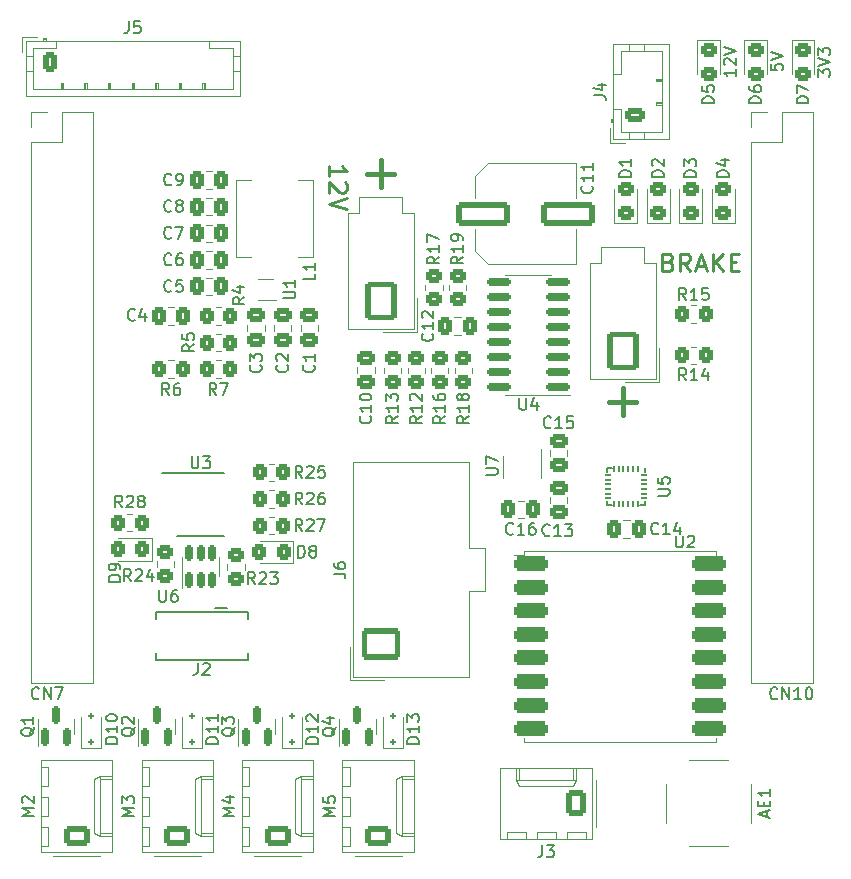
<source format=gto>
%TF.GenerationSoftware,KiCad,Pcbnew,8.0.0*%
%TF.CreationDate,2024-03-16T12:32:21-04:00*%
%TF.ProjectId,AMP_PCBv3,414d505f-5043-4427-9633-2e6b69636164,A*%
%TF.SameCoordinates,Original*%
%TF.FileFunction,Legend,Top*%
%TF.FilePolarity,Positive*%
%FSLAX46Y46*%
G04 Gerber Fmt 4.6, Leading zero omitted, Abs format (unit mm)*
G04 Created by KiCad (PCBNEW 8.0.0) date 2024-03-16 12:32:21*
%MOMM*%
%LPD*%
G01*
G04 APERTURE LIST*
G04 Aperture macros list*
%AMRoundRect*
0 Rectangle with rounded corners*
0 $1 Rounding radius*
0 $2 $3 $4 $5 $6 $7 $8 $9 X,Y pos of 4 corners*
0 Add a 4 corners polygon primitive as box body*
4,1,4,$2,$3,$4,$5,$6,$7,$8,$9,$2,$3,0*
0 Add four circle primitives for the rounded corners*
1,1,$1+$1,$2,$3*
1,1,$1+$1,$4,$5*
1,1,$1+$1,$6,$7*
1,1,$1+$1,$8,$9*
0 Add four rect primitives between the rounded corners*
20,1,$1+$1,$2,$3,$4,$5,0*
20,1,$1+$1,$4,$5,$6,$7,0*
20,1,$1+$1,$6,$7,$8,$9,0*
20,1,$1+$1,$8,$9,$2,$3,0*%
G04 Aperture macros list end*
%ADD10C,0.400000*%
%ADD11C,0.250000*%
%ADD12C,0.150000*%
%ADD13C,0.120000*%
%ADD14R,0.700000X0.340000*%
%ADD15RoundRect,0.250000X-0.450000X0.325000X-0.450000X-0.325000X0.450000X-0.325000X0.450000X0.325000X0*%
%ADD16RoundRect,0.250000X0.450000X-0.325000X0.450000X0.325000X-0.450000X0.325000X-0.450000X-0.325000X0*%
%ADD17RoundRect,0.250000X-0.337500X-0.475000X0.337500X-0.475000X0.337500X0.475000X-0.337500X0.475000X0*%
%ADD18RoundRect,0.250000X-0.475000X0.337500X-0.475000X-0.337500X0.475000X-0.337500X0.475000X0.337500X0*%
%ADD19RoundRect,0.250000X0.450000X-0.350000X0.450000X0.350000X-0.450000X0.350000X-0.450000X-0.350000X0*%
%ADD20RoundRect,0.125000X0.125000X-0.125000X0.125000X0.125000X-0.125000X0.125000X-0.125000X-0.125000X0*%
%ADD21R,1.050000X1.050000*%
%ADD22C,1.050000*%
%ADD23C,2.500000*%
%ADD24RoundRect,0.250000X0.325000X0.450000X-0.325000X0.450000X-0.325000X-0.450000X0.325000X-0.450000X0*%
%ADD25RoundRect,0.150000X0.150000X-0.512500X0.150000X0.512500X-0.150000X0.512500X-0.150000X-0.512500X0*%
%ADD26RoundRect,0.250000X-0.350000X-0.450000X0.350000X-0.450000X0.350000X0.450000X-0.350000X0.450000X0*%
%ADD27RoundRect,0.250000X0.337500X0.475000X-0.337500X0.475000X-0.337500X-0.475000X0.337500X-0.475000X0*%
%ADD28RoundRect,0.250000X-0.450000X0.350000X-0.450000X-0.350000X0.450000X-0.350000X0.450000X0.350000X0*%
%ADD29RoundRect,0.250000X0.350000X0.450000X-0.350000X0.450000X-0.350000X-0.450000X0.350000X-0.450000X0*%
%ADD30RoundRect,0.050000X-0.050000X0.225000X-0.050000X-0.225000X0.050000X-0.225000X0.050000X0.225000X0*%
%ADD31RoundRect,0.050000X-0.225000X-0.050000X0.225000X-0.050000X0.225000X0.050000X-0.225000X0.050000X0*%
%ADD32RoundRect,0.317500X-1.157500X-0.317500X1.157500X-0.317500X1.157500X0.317500X-1.157500X0.317500X0*%
%ADD33RoundRect,0.150000X0.150000X-0.587500X0.150000X0.587500X-0.150000X0.587500X-0.150000X-0.587500X0*%
%ADD34RoundRect,0.250000X0.475000X-0.337500X0.475000X0.337500X-0.475000X0.337500X-0.475000X-0.337500X0*%
%ADD35RoundRect,0.250001X1.099999X1.399999X-1.099999X1.399999X-1.099999X-1.399999X1.099999X-1.399999X0*%
%ADD36O,2.700000X3.300000*%
%ADD37RoundRect,0.250000X-0.350000X-0.625000X0.350000X-0.625000X0.350000X0.625000X-0.350000X0.625000X0*%
%ADD38O,1.200000X1.750000*%
%ADD39R,0.650000X1.560000*%
%ADD40R,1.700000X1.700000*%
%ADD41O,1.700000X1.700000*%
%ADD42RoundRect,0.250000X0.845000X-0.620000X0.845000X0.620000X-0.845000X0.620000X-0.845000X-0.620000X0*%
%ADD43O,2.190000X1.740000*%
%ADD44C,2.050000*%
%ADD45C,2.250000*%
%ADD46RoundRect,0.250000X0.625000X-0.350000X0.625000X0.350000X-0.625000X0.350000X-0.625000X-0.350000X0*%
%ADD47O,1.750000X1.200000*%
%ADD48RoundRect,0.150000X0.850000X0.150000X-0.850000X0.150000X-0.850000X-0.150000X0.850000X-0.150000X0*%
%ADD49R,1.200000X0.400000*%
%ADD50RoundRect,0.250001X-1.999999X-0.799999X1.999999X-0.799999X1.999999X0.799999X-1.999999X0.799999X0*%
%ADD51R,3.429000X2.413000*%
%ADD52RoundRect,0.250000X0.620000X0.845000X-0.620000X0.845000X-0.620000X-0.845000X0.620000X-0.845000X0*%
%ADD53O,1.740000X2.190000*%
%ADD54RoundRect,0.250001X1.399999X-1.099999X1.399999X1.099999X-1.399999X1.099999X-1.399999X-1.099999X0*%
%ADD55O,3.300000X2.700000*%
G04 APERTURE END LIST*
D10*
X161892857Y-99530800D02*
X159607143Y-99530800D01*
X160750000Y-98387942D02*
X160750000Y-100673657D01*
D11*
X135881571Y-80375528D02*
X135881571Y-79518385D01*
X135881571Y-79946956D02*
X137381571Y-79946956D01*
X137381571Y-79946956D02*
X137167285Y-79804099D01*
X137167285Y-79804099D02*
X137024428Y-79661242D01*
X137024428Y-79661242D02*
X136953000Y-79518385D01*
X137238714Y-80946956D02*
X137310142Y-81018384D01*
X137310142Y-81018384D02*
X137381571Y-81161242D01*
X137381571Y-81161242D02*
X137381571Y-81518384D01*
X137381571Y-81518384D02*
X137310142Y-81661242D01*
X137310142Y-81661242D02*
X137238714Y-81732670D01*
X137238714Y-81732670D02*
X137095857Y-81804099D01*
X137095857Y-81804099D02*
X136953000Y-81804099D01*
X136953000Y-81804099D02*
X136738714Y-81732670D01*
X136738714Y-81732670D02*
X135881571Y-80875527D01*
X135881571Y-80875527D02*
X135881571Y-81804099D01*
X137381571Y-82232670D02*
X135881571Y-82732670D01*
X135881571Y-82732670D02*
X137381571Y-83232670D01*
D12*
X170289819Y-71369047D02*
X170289819Y-71940475D01*
X170289819Y-71654761D02*
X169289819Y-71654761D01*
X169289819Y-71654761D02*
X169432676Y-71749999D01*
X169432676Y-71749999D02*
X169527914Y-71845237D01*
X169527914Y-71845237D02*
X169575533Y-71940475D01*
X169385057Y-70988094D02*
X169337438Y-70940475D01*
X169337438Y-70940475D02*
X169289819Y-70845237D01*
X169289819Y-70845237D02*
X169289819Y-70607142D01*
X169289819Y-70607142D02*
X169337438Y-70511904D01*
X169337438Y-70511904D02*
X169385057Y-70464285D01*
X169385057Y-70464285D02*
X169480295Y-70416666D01*
X169480295Y-70416666D02*
X169575533Y-70416666D01*
X169575533Y-70416666D02*
X169718390Y-70464285D01*
X169718390Y-70464285D02*
X170289819Y-71035713D01*
X170289819Y-71035713D02*
X170289819Y-70416666D01*
X169289819Y-70130951D02*
X170289819Y-69797618D01*
X170289819Y-69797618D02*
X169289819Y-69464285D01*
D11*
X164581615Y-87685214D02*
X164795901Y-87756642D01*
X164795901Y-87756642D02*
X164867330Y-87828071D01*
X164867330Y-87828071D02*
X164938758Y-87970928D01*
X164938758Y-87970928D02*
X164938758Y-88185214D01*
X164938758Y-88185214D02*
X164867330Y-88328071D01*
X164867330Y-88328071D02*
X164795901Y-88399500D01*
X164795901Y-88399500D02*
X164653044Y-88470928D01*
X164653044Y-88470928D02*
X164081615Y-88470928D01*
X164081615Y-88470928D02*
X164081615Y-86970928D01*
X164081615Y-86970928D02*
X164581615Y-86970928D01*
X164581615Y-86970928D02*
X164724473Y-87042357D01*
X164724473Y-87042357D02*
X164795901Y-87113785D01*
X164795901Y-87113785D02*
X164867330Y-87256642D01*
X164867330Y-87256642D02*
X164867330Y-87399500D01*
X164867330Y-87399500D02*
X164795901Y-87542357D01*
X164795901Y-87542357D02*
X164724473Y-87613785D01*
X164724473Y-87613785D02*
X164581615Y-87685214D01*
X164581615Y-87685214D02*
X164081615Y-87685214D01*
X166438758Y-88470928D02*
X165938758Y-87756642D01*
X165581615Y-88470928D02*
X165581615Y-86970928D01*
X165581615Y-86970928D02*
X166153044Y-86970928D01*
X166153044Y-86970928D02*
X166295901Y-87042357D01*
X166295901Y-87042357D02*
X166367330Y-87113785D01*
X166367330Y-87113785D02*
X166438758Y-87256642D01*
X166438758Y-87256642D02*
X166438758Y-87470928D01*
X166438758Y-87470928D02*
X166367330Y-87613785D01*
X166367330Y-87613785D02*
X166295901Y-87685214D01*
X166295901Y-87685214D02*
X166153044Y-87756642D01*
X166153044Y-87756642D02*
X165581615Y-87756642D01*
X167010187Y-88042357D02*
X167724473Y-88042357D01*
X166867330Y-88470928D02*
X167367330Y-86970928D01*
X167367330Y-86970928D02*
X167867330Y-88470928D01*
X168367329Y-88470928D02*
X168367329Y-86970928D01*
X169224472Y-88470928D02*
X168581615Y-87613785D01*
X169224472Y-86970928D02*
X168367329Y-87828071D01*
X169867329Y-87685214D02*
X170367329Y-87685214D01*
X170581615Y-88470928D02*
X169867329Y-88470928D01*
X169867329Y-88470928D02*
X169867329Y-86970928D01*
X169867329Y-86970928D02*
X170581615Y-86970928D01*
D12*
X173289819Y-70940476D02*
X173289819Y-71416666D01*
X173289819Y-71416666D02*
X173766009Y-71464285D01*
X173766009Y-71464285D02*
X173718390Y-71416666D01*
X173718390Y-71416666D02*
X173670771Y-71321428D01*
X173670771Y-71321428D02*
X173670771Y-71083333D01*
X173670771Y-71083333D02*
X173718390Y-70988095D01*
X173718390Y-70988095D02*
X173766009Y-70940476D01*
X173766009Y-70940476D02*
X173861247Y-70892857D01*
X173861247Y-70892857D02*
X174099342Y-70892857D01*
X174099342Y-70892857D02*
X174194580Y-70940476D01*
X174194580Y-70940476D02*
X174242200Y-70988095D01*
X174242200Y-70988095D02*
X174289819Y-71083333D01*
X174289819Y-71083333D02*
X174289819Y-71321428D01*
X174289819Y-71321428D02*
X174242200Y-71416666D01*
X174242200Y-71416666D02*
X174194580Y-71464285D01*
X173289819Y-70607142D02*
X174289819Y-70273809D01*
X174289819Y-70273809D02*
X173289819Y-69940476D01*
D10*
X139107142Y-80219200D02*
X141392857Y-80219200D01*
X140249999Y-81362057D02*
X140249999Y-79076342D01*
D12*
X177289819Y-71988094D02*
X177289819Y-71369047D01*
X177289819Y-71369047D02*
X177670771Y-71702380D01*
X177670771Y-71702380D02*
X177670771Y-71559523D01*
X177670771Y-71559523D02*
X177718390Y-71464285D01*
X177718390Y-71464285D02*
X177766009Y-71416666D01*
X177766009Y-71416666D02*
X177861247Y-71369047D01*
X177861247Y-71369047D02*
X178099342Y-71369047D01*
X178099342Y-71369047D02*
X178194580Y-71416666D01*
X178194580Y-71416666D02*
X178242200Y-71464285D01*
X178242200Y-71464285D02*
X178289819Y-71559523D01*
X178289819Y-71559523D02*
X178289819Y-71845237D01*
X178289819Y-71845237D02*
X178242200Y-71940475D01*
X178242200Y-71940475D02*
X178194580Y-71988094D01*
X177289819Y-71083332D02*
X178289819Y-70749999D01*
X178289819Y-70749999D02*
X177289819Y-70416666D01*
X177289819Y-70178570D02*
X177289819Y-69559523D01*
X177289819Y-69559523D02*
X177670771Y-69892856D01*
X177670771Y-69892856D02*
X177670771Y-69749999D01*
X177670771Y-69749999D02*
X177718390Y-69654761D01*
X177718390Y-69654761D02*
X177766009Y-69607142D01*
X177766009Y-69607142D02*
X177861247Y-69559523D01*
X177861247Y-69559523D02*
X178099342Y-69559523D01*
X178099342Y-69559523D02*
X178194580Y-69607142D01*
X178194580Y-69607142D02*
X178242200Y-69654761D01*
X178242200Y-69654761D02*
X178289819Y-69749999D01*
X178289819Y-69749999D02*
X178289819Y-70035713D01*
X178289819Y-70035713D02*
X178242200Y-70130951D01*
X178242200Y-70130951D02*
X178194580Y-70178570D01*
X132004819Y-90761904D02*
X132814342Y-90761904D01*
X132814342Y-90761904D02*
X132909580Y-90714285D01*
X132909580Y-90714285D02*
X132957200Y-90666666D01*
X132957200Y-90666666D02*
X133004819Y-90571428D01*
X133004819Y-90571428D02*
X133004819Y-90380952D01*
X133004819Y-90380952D02*
X132957200Y-90285714D01*
X132957200Y-90285714D02*
X132909580Y-90238095D01*
X132909580Y-90238095D02*
X132814342Y-90190476D01*
X132814342Y-90190476D02*
X132004819Y-90190476D01*
X133004819Y-89190476D02*
X133004819Y-89761904D01*
X133004819Y-89476190D02*
X132004819Y-89476190D01*
X132004819Y-89476190D02*
X132147676Y-89571428D01*
X132147676Y-89571428D02*
X132242914Y-89666666D01*
X132242914Y-89666666D02*
X132290533Y-89761904D01*
X176454819Y-74238094D02*
X175454819Y-74238094D01*
X175454819Y-74238094D02*
X175454819Y-73999999D01*
X175454819Y-73999999D02*
X175502438Y-73857142D01*
X175502438Y-73857142D02*
X175597676Y-73761904D01*
X175597676Y-73761904D02*
X175692914Y-73714285D01*
X175692914Y-73714285D02*
X175883390Y-73666666D01*
X175883390Y-73666666D02*
X176026247Y-73666666D01*
X176026247Y-73666666D02*
X176216723Y-73714285D01*
X176216723Y-73714285D02*
X176311961Y-73761904D01*
X176311961Y-73761904D02*
X176407200Y-73857142D01*
X176407200Y-73857142D02*
X176454819Y-73999999D01*
X176454819Y-73999999D02*
X176454819Y-74238094D01*
X175454819Y-73333332D02*
X175454819Y-72666666D01*
X175454819Y-72666666D02*
X176454819Y-73095237D01*
X161454819Y-80488094D02*
X160454819Y-80488094D01*
X160454819Y-80488094D02*
X160454819Y-80249999D01*
X160454819Y-80249999D02*
X160502438Y-80107142D01*
X160502438Y-80107142D02*
X160597676Y-80011904D01*
X160597676Y-80011904D02*
X160692914Y-79964285D01*
X160692914Y-79964285D02*
X160883390Y-79916666D01*
X160883390Y-79916666D02*
X161026247Y-79916666D01*
X161026247Y-79916666D02*
X161216723Y-79964285D01*
X161216723Y-79964285D02*
X161311961Y-80011904D01*
X161311961Y-80011904D02*
X161407200Y-80107142D01*
X161407200Y-80107142D02*
X161454819Y-80249999D01*
X161454819Y-80249999D02*
X161454819Y-80488094D01*
X161454819Y-78964285D02*
X161454819Y-79535713D01*
X161454819Y-79249999D02*
X160454819Y-79249999D01*
X160454819Y-79249999D02*
X160597676Y-79345237D01*
X160597676Y-79345237D02*
X160692914Y-79440475D01*
X160692914Y-79440475D02*
X160740533Y-79535713D01*
X119433333Y-92559580D02*
X119385714Y-92607200D01*
X119385714Y-92607200D02*
X119242857Y-92654819D01*
X119242857Y-92654819D02*
X119147619Y-92654819D01*
X119147619Y-92654819D02*
X119004762Y-92607200D01*
X119004762Y-92607200D02*
X118909524Y-92511961D01*
X118909524Y-92511961D02*
X118861905Y-92416723D01*
X118861905Y-92416723D02*
X118814286Y-92226247D01*
X118814286Y-92226247D02*
X118814286Y-92083390D01*
X118814286Y-92083390D02*
X118861905Y-91892914D01*
X118861905Y-91892914D02*
X118909524Y-91797676D01*
X118909524Y-91797676D02*
X119004762Y-91702438D01*
X119004762Y-91702438D02*
X119147619Y-91654819D01*
X119147619Y-91654819D02*
X119242857Y-91654819D01*
X119242857Y-91654819D02*
X119385714Y-91702438D01*
X119385714Y-91702438D02*
X119433333Y-91750057D01*
X120290476Y-91988152D02*
X120290476Y-92654819D01*
X120052381Y-91607200D02*
X119814286Y-92321485D01*
X119814286Y-92321485D02*
X120433333Y-92321485D01*
X172454819Y-74238094D02*
X171454819Y-74238094D01*
X171454819Y-74238094D02*
X171454819Y-73999999D01*
X171454819Y-73999999D02*
X171502438Y-73857142D01*
X171502438Y-73857142D02*
X171597676Y-73761904D01*
X171597676Y-73761904D02*
X171692914Y-73714285D01*
X171692914Y-73714285D02*
X171883390Y-73666666D01*
X171883390Y-73666666D02*
X172026247Y-73666666D01*
X172026247Y-73666666D02*
X172216723Y-73714285D01*
X172216723Y-73714285D02*
X172311961Y-73761904D01*
X172311961Y-73761904D02*
X172407200Y-73857142D01*
X172407200Y-73857142D02*
X172454819Y-73999999D01*
X172454819Y-73999999D02*
X172454819Y-74238094D01*
X171454819Y-72809523D02*
X171454819Y-72999999D01*
X171454819Y-72999999D02*
X171502438Y-73095237D01*
X171502438Y-73095237D02*
X171550057Y-73142856D01*
X171550057Y-73142856D02*
X171692914Y-73238094D01*
X171692914Y-73238094D02*
X171883390Y-73285713D01*
X171883390Y-73285713D02*
X172264342Y-73285713D01*
X172264342Y-73285713D02*
X172359580Y-73238094D01*
X172359580Y-73238094D02*
X172407200Y-73190475D01*
X172407200Y-73190475D02*
X172454819Y-73095237D01*
X172454819Y-73095237D02*
X172454819Y-72904761D01*
X172454819Y-72904761D02*
X172407200Y-72809523D01*
X172407200Y-72809523D02*
X172359580Y-72761904D01*
X172359580Y-72761904D02*
X172264342Y-72714285D01*
X172264342Y-72714285D02*
X172026247Y-72714285D01*
X172026247Y-72714285D02*
X171931009Y-72761904D01*
X171931009Y-72761904D02*
X171883390Y-72809523D01*
X171883390Y-72809523D02*
X171835771Y-72904761D01*
X171835771Y-72904761D02*
X171835771Y-73095237D01*
X171835771Y-73095237D02*
X171883390Y-73190475D01*
X171883390Y-73190475D02*
X171931009Y-73238094D01*
X171931009Y-73238094D02*
X172026247Y-73285713D01*
X132309580Y-96416666D02*
X132357200Y-96464285D01*
X132357200Y-96464285D02*
X132404819Y-96607142D01*
X132404819Y-96607142D02*
X132404819Y-96702380D01*
X132404819Y-96702380D02*
X132357200Y-96845237D01*
X132357200Y-96845237D02*
X132261961Y-96940475D01*
X132261961Y-96940475D02*
X132166723Y-96988094D01*
X132166723Y-96988094D02*
X131976247Y-97035713D01*
X131976247Y-97035713D02*
X131833390Y-97035713D01*
X131833390Y-97035713D02*
X131642914Y-96988094D01*
X131642914Y-96988094D02*
X131547676Y-96940475D01*
X131547676Y-96940475D02*
X131452438Y-96845237D01*
X131452438Y-96845237D02*
X131404819Y-96702380D01*
X131404819Y-96702380D02*
X131404819Y-96607142D01*
X131404819Y-96607142D02*
X131452438Y-96464285D01*
X131452438Y-96464285D02*
X131500057Y-96416666D01*
X131500057Y-96035713D02*
X131452438Y-95988094D01*
X131452438Y-95988094D02*
X131404819Y-95892856D01*
X131404819Y-95892856D02*
X131404819Y-95654761D01*
X131404819Y-95654761D02*
X131452438Y-95559523D01*
X131452438Y-95559523D02*
X131500057Y-95511904D01*
X131500057Y-95511904D02*
X131595295Y-95464285D01*
X131595295Y-95464285D02*
X131690533Y-95464285D01*
X131690533Y-95464285D02*
X131833390Y-95511904D01*
X131833390Y-95511904D02*
X132404819Y-96083332D01*
X132404819Y-96083332D02*
X132404819Y-95464285D01*
X119107142Y-114704819D02*
X118773809Y-114228628D01*
X118535714Y-114704819D02*
X118535714Y-113704819D01*
X118535714Y-113704819D02*
X118916666Y-113704819D01*
X118916666Y-113704819D02*
X119011904Y-113752438D01*
X119011904Y-113752438D02*
X119059523Y-113800057D01*
X119059523Y-113800057D02*
X119107142Y-113895295D01*
X119107142Y-113895295D02*
X119107142Y-114038152D01*
X119107142Y-114038152D02*
X119059523Y-114133390D01*
X119059523Y-114133390D02*
X119011904Y-114181009D01*
X119011904Y-114181009D02*
X118916666Y-114228628D01*
X118916666Y-114228628D02*
X118535714Y-114228628D01*
X119488095Y-113800057D02*
X119535714Y-113752438D01*
X119535714Y-113752438D02*
X119630952Y-113704819D01*
X119630952Y-113704819D02*
X119869047Y-113704819D01*
X119869047Y-113704819D02*
X119964285Y-113752438D01*
X119964285Y-113752438D02*
X120011904Y-113800057D01*
X120011904Y-113800057D02*
X120059523Y-113895295D01*
X120059523Y-113895295D02*
X120059523Y-113990533D01*
X120059523Y-113990533D02*
X120011904Y-114133390D01*
X120011904Y-114133390D02*
X119440476Y-114704819D01*
X119440476Y-114704819D02*
X120059523Y-114704819D01*
X120916666Y-114038152D02*
X120916666Y-114704819D01*
X120678571Y-113657200D02*
X120440476Y-114371485D01*
X120440476Y-114371485D02*
X121059523Y-114371485D01*
X143474819Y-128464285D02*
X142474819Y-128464285D01*
X142474819Y-128464285D02*
X142474819Y-128226190D01*
X142474819Y-128226190D02*
X142522438Y-128083333D01*
X142522438Y-128083333D02*
X142617676Y-127988095D01*
X142617676Y-127988095D02*
X142712914Y-127940476D01*
X142712914Y-127940476D02*
X142903390Y-127892857D01*
X142903390Y-127892857D02*
X143046247Y-127892857D01*
X143046247Y-127892857D02*
X143236723Y-127940476D01*
X143236723Y-127940476D02*
X143331961Y-127988095D01*
X143331961Y-127988095D02*
X143427200Y-128083333D01*
X143427200Y-128083333D02*
X143474819Y-128226190D01*
X143474819Y-128226190D02*
X143474819Y-128464285D01*
X143474819Y-126940476D02*
X143474819Y-127511904D01*
X143474819Y-127226190D02*
X142474819Y-127226190D01*
X142474819Y-127226190D02*
X142617676Y-127321428D01*
X142617676Y-127321428D02*
X142712914Y-127416666D01*
X142712914Y-127416666D02*
X142760533Y-127511904D01*
X142474819Y-126607142D02*
X142474819Y-125988095D01*
X142474819Y-125988095D02*
X142855771Y-126321428D01*
X142855771Y-126321428D02*
X142855771Y-126178571D01*
X142855771Y-126178571D02*
X142903390Y-126083333D01*
X142903390Y-126083333D02*
X142951009Y-126035714D01*
X142951009Y-126035714D02*
X143046247Y-125988095D01*
X143046247Y-125988095D02*
X143284342Y-125988095D01*
X143284342Y-125988095D02*
X143379580Y-126035714D01*
X143379580Y-126035714D02*
X143427200Y-126083333D01*
X143427200Y-126083333D02*
X143474819Y-126178571D01*
X143474819Y-126178571D02*
X143474819Y-126464285D01*
X143474819Y-126464285D02*
X143427200Y-126559523D01*
X143427200Y-126559523D02*
X143379580Y-126607142D01*
X124766666Y-121654819D02*
X124766666Y-122369104D01*
X124766666Y-122369104D02*
X124719047Y-122511961D01*
X124719047Y-122511961D02*
X124623809Y-122607200D01*
X124623809Y-122607200D02*
X124480952Y-122654819D01*
X124480952Y-122654819D02*
X124385714Y-122654819D01*
X125195238Y-121750057D02*
X125242857Y-121702438D01*
X125242857Y-121702438D02*
X125338095Y-121654819D01*
X125338095Y-121654819D02*
X125576190Y-121654819D01*
X125576190Y-121654819D02*
X125671428Y-121702438D01*
X125671428Y-121702438D02*
X125719047Y-121750057D01*
X125719047Y-121750057D02*
X125766666Y-121845295D01*
X125766666Y-121845295D02*
X125766666Y-121940533D01*
X125766666Y-121940533D02*
X125719047Y-122083390D01*
X125719047Y-122083390D02*
X125147619Y-122654819D01*
X125147619Y-122654819D02*
X125766666Y-122654819D01*
X118204819Y-114738094D02*
X117204819Y-114738094D01*
X117204819Y-114738094D02*
X117204819Y-114499999D01*
X117204819Y-114499999D02*
X117252438Y-114357142D01*
X117252438Y-114357142D02*
X117347676Y-114261904D01*
X117347676Y-114261904D02*
X117442914Y-114214285D01*
X117442914Y-114214285D02*
X117633390Y-114166666D01*
X117633390Y-114166666D02*
X117776247Y-114166666D01*
X117776247Y-114166666D02*
X117966723Y-114214285D01*
X117966723Y-114214285D02*
X118061961Y-114261904D01*
X118061961Y-114261904D02*
X118157200Y-114357142D01*
X118157200Y-114357142D02*
X118204819Y-114499999D01*
X118204819Y-114499999D02*
X118204819Y-114738094D01*
X118204819Y-113690475D02*
X118204819Y-113499999D01*
X118204819Y-113499999D02*
X118157200Y-113404761D01*
X118157200Y-113404761D02*
X118109580Y-113357142D01*
X118109580Y-113357142D02*
X117966723Y-113261904D01*
X117966723Y-113261904D02*
X117776247Y-113214285D01*
X117776247Y-113214285D02*
X117395295Y-113214285D01*
X117395295Y-113214285D02*
X117300057Y-113261904D01*
X117300057Y-113261904D02*
X117252438Y-113309523D01*
X117252438Y-113309523D02*
X117204819Y-113404761D01*
X117204819Y-113404761D02*
X117204819Y-113595237D01*
X117204819Y-113595237D02*
X117252438Y-113690475D01*
X117252438Y-113690475D02*
X117300057Y-113738094D01*
X117300057Y-113738094D02*
X117395295Y-113785713D01*
X117395295Y-113785713D02*
X117633390Y-113785713D01*
X117633390Y-113785713D02*
X117728628Y-113738094D01*
X117728628Y-113738094D02*
X117776247Y-113690475D01*
X117776247Y-113690475D02*
X117823866Y-113595237D01*
X117823866Y-113595237D02*
X117823866Y-113404761D01*
X117823866Y-113404761D02*
X117776247Y-113309523D01*
X117776247Y-113309523D02*
X117728628Y-113261904D01*
X117728628Y-113261904D02*
X117633390Y-113214285D01*
X121488095Y-115454819D02*
X121488095Y-116264342D01*
X121488095Y-116264342D02*
X121535714Y-116359580D01*
X121535714Y-116359580D02*
X121583333Y-116407200D01*
X121583333Y-116407200D02*
X121678571Y-116454819D01*
X121678571Y-116454819D02*
X121869047Y-116454819D01*
X121869047Y-116454819D02*
X121964285Y-116407200D01*
X121964285Y-116407200D02*
X122011904Y-116359580D01*
X122011904Y-116359580D02*
X122059523Y-116264342D01*
X122059523Y-116264342D02*
X122059523Y-115454819D01*
X122964285Y-115454819D02*
X122773809Y-115454819D01*
X122773809Y-115454819D02*
X122678571Y-115502438D01*
X122678571Y-115502438D02*
X122630952Y-115550057D01*
X122630952Y-115550057D02*
X122535714Y-115692914D01*
X122535714Y-115692914D02*
X122488095Y-115883390D01*
X122488095Y-115883390D02*
X122488095Y-116264342D01*
X122488095Y-116264342D02*
X122535714Y-116359580D01*
X122535714Y-116359580D02*
X122583333Y-116407200D01*
X122583333Y-116407200D02*
X122678571Y-116454819D01*
X122678571Y-116454819D02*
X122869047Y-116454819D01*
X122869047Y-116454819D02*
X122964285Y-116407200D01*
X122964285Y-116407200D02*
X123011904Y-116359580D01*
X123011904Y-116359580D02*
X123059523Y-116264342D01*
X123059523Y-116264342D02*
X123059523Y-116026247D01*
X123059523Y-116026247D02*
X123011904Y-115931009D01*
X123011904Y-115931009D02*
X122964285Y-115883390D01*
X122964285Y-115883390D02*
X122869047Y-115835771D01*
X122869047Y-115835771D02*
X122678571Y-115835771D01*
X122678571Y-115835771D02*
X122583333Y-115883390D01*
X122583333Y-115883390D02*
X122535714Y-115931009D01*
X122535714Y-115931009D02*
X122488095Y-116026247D01*
X126333333Y-98954819D02*
X126000000Y-98478628D01*
X125761905Y-98954819D02*
X125761905Y-97954819D01*
X125761905Y-97954819D02*
X126142857Y-97954819D01*
X126142857Y-97954819D02*
X126238095Y-98002438D01*
X126238095Y-98002438D02*
X126285714Y-98050057D01*
X126285714Y-98050057D02*
X126333333Y-98145295D01*
X126333333Y-98145295D02*
X126333333Y-98288152D01*
X126333333Y-98288152D02*
X126285714Y-98383390D01*
X126285714Y-98383390D02*
X126238095Y-98431009D01*
X126238095Y-98431009D02*
X126142857Y-98478628D01*
X126142857Y-98478628D02*
X125761905Y-98478628D01*
X126666667Y-97954819D02*
X127333333Y-97954819D01*
X127333333Y-97954819D02*
X126904762Y-98954819D01*
X133607142Y-110454819D02*
X133273809Y-109978628D01*
X133035714Y-110454819D02*
X133035714Y-109454819D01*
X133035714Y-109454819D02*
X133416666Y-109454819D01*
X133416666Y-109454819D02*
X133511904Y-109502438D01*
X133511904Y-109502438D02*
X133559523Y-109550057D01*
X133559523Y-109550057D02*
X133607142Y-109645295D01*
X133607142Y-109645295D02*
X133607142Y-109788152D01*
X133607142Y-109788152D02*
X133559523Y-109883390D01*
X133559523Y-109883390D02*
X133511904Y-109931009D01*
X133511904Y-109931009D02*
X133416666Y-109978628D01*
X133416666Y-109978628D02*
X133035714Y-109978628D01*
X133988095Y-109550057D02*
X134035714Y-109502438D01*
X134035714Y-109502438D02*
X134130952Y-109454819D01*
X134130952Y-109454819D02*
X134369047Y-109454819D01*
X134369047Y-109454819D02*
X134464285Y-109502438D01*
X134464285Y-109502438D02*
X134511904Y-109550057D01*
X134511904Y-109550057D02*
X134559523Y-109645295D01*
X134559523Y-109645295D02*
X134559523Y-109740533D01*
X134559523Y-109740533D02*
X134511904Y-109883390D01*
X134511904Y-109883390D02*
X133940476Y-110454819D01*
X133940476Y-110454819D02*
X134559523Y-110454819D01*
X134892857Y-109454819D02*
X135559523Y-109454819D01*
X135559523Y-109454819D02*
X135130952Y-110454819D01*
X122533333Y-85609580D02*
X122485714Y-85657200D01*
X122485714Y-85657200D02*
X122342857Y-85704819D01*
X122342857Y-85704819D02*
X122247619Y-85704819D01*
X122247619Y-85704819D02*
X122104762Y-85657200D01*
X122104762Y-85657200D02*
X122009524Y-85561961D01*
X122009524Y-85561961D02*
X121961905Y-85466723D01*
X121961905Y-85466723D02*
X121914286Y-85276247D01*
X121914286Y-85276247D02*
X121914286Y-85133390D01*
X121914286Y-85133390D02*
X121961905Y-84942914D01*
X121961905Y-84942914D02*
X122009524Y-84847676D01*
X122009524Y-84847676D02*
X122104762Y-84752438D01*
X122104762Y-84752438D02*
X122247619Y-84704819D01*
X122247619Y-84704819D02*
X122342857Y-84704819D01*
X122342857Y-84704819D02*
X122485714Y-84752438D01*
X122485714Y-84752438D02*
X122533333Y-84800057D01*
X122866667Y-84704819D02*
X123533333Y-84704819D01*
X123533333Y-84704819D02*
X123104762Y-85704819D01*
X147204819Y-87237857D02*
X146728628Y-87571190D01*
X147204819Y-87809285D02*
X146204819Y-87809285D01*
X146204819Y-87809285D02*
X146204819Y-87428333D01*
X146204819Y-87428333D02*
X146252438Y-87333095D01*
X146252438Y-87333095D02*
X146300057Y-87285476D01*
X146300057Y-87285476D02*
X146395295Y-87237857D01*
X146395295Y-87237857D02*
X146538152Y-87237857D01*
X146538152Y-87237857D02*
X146633390Y-87285476D01*
X146633390Y-87285476D02*
X146681009Y-87333095D01*
X146681009Y-87333095D02*
X146728628Y-87428333D01*
X146728628Y-87428333D02*
X146728628Y-87809285D01*
X147204819Y-86285476D02*
X147204819Y-86856904D01*
X147204819Y-86571190D02*
X146204819Y-86571190D01*
X146204819Y-86571190D02*
X146347676Y-86666428D01*
X146347676Y-86666428D02*
X146442914Y-86761666D01*
X146442914Y-86761666D02*
X146490533Y-86856904D01*
X147204819Y-85809285D02*
X147204819Y-85618809D01*
X147204819Y-85618809D02*
X147157200Y-85523571D01*
X147157200Y-85523571D02*
X147109580Y-85475952D01*
X147109580Y-85475952D02*
X146966723Y-85380714D01*
X146966723Y-85380714D02*
X146776247Y-85333095D01*
X146776247Y-85333095D02*
X146395295Y-85333095D01*
X146395295Y-85333095D02*
X146300057Y-85380714D01*
X146300057Y-85380714D02*
X146252438Y-85428333D01*
X146252438Y-85428333D02*
X146204819Y-85523571D01*
X146204819Y-85523571D02*
X146204819Y-85714047D01*
X146204819Y-85714047D02*
X146252438Y-85809285D01*
X146252438Y-85809285D02*
X146300057Y-85856904D01*
X146300057Y-85856904D02*
X146395295Y-85904523D01*
X146395295Y-85904523D02*
X146633390Y-85904523D01*
X146633390Y-85904523D02*
X146728628Y-85856904D01*
X146728628Y-85856904D02*
X146776247Y-85809285D01*
X146776247Y-85809285D02*
X146823866Y-85714047D01*
X146823866Y-85714047D02*
X146823866Y-85523571D01*
X146823866Y-85523571D02*
X146776247Y-85428333D01*
X146776247Y-85428333D02*
X146728628Y-85380714D01*
X146728628Y-85380714D02*
X146633390Y-85333095D01*
X124454819Y-94666666D02*
X123978628Y-94999999D01*
X124454819Y-95238094D02*
X123454819Y-95238094D01*
X123454819Y-95238094D02*
X123454819Y-94857142D01*
X123454819Y-94857142D02*
X123502438Y-94761904D01*
X123502438Y-94761904D02*
X123550057Y-94714285D01*
X123550057Y-94714285D02*
X123645295Y-94666666D01*
X123645295Y-94666666D02*
X123788152Y-94666666D01*
X123788152Y-94666666D02*
X123883390Y-94714285D01*
X123883390Y-94714285D02*
X123931009Y-94761904D01*
X123931009Y-94761904D02*
X123978628Y-94857142D01*
X123978628Y-94857142D02*
X123978628Y-95238094D01*
X123454819Y-93761904D02*
X123454819Y-94238094D01*
X123454819Y-94238094D02*
X123931009Y-94285713D01*
X123931009Y-94285713D02*
X123883390Y-94238094D01*
X123883390Y-94238094D02*
X123835771Y-94142856D01*
X123835771Y-94142856D02*
X123835771Y-93904761D01*
X123835771Y-93904761D02*
X123883390Y-93809523D01*
X123883390Y-93809523D02*
X123931009Y-93761904D01*
X123931009Y-93761904D02*
X124026247Y-93714285D01*
X124026247Y-93714285D02*
X124264342Y-93714285D01*
X124264342Y-93714285D02*
X124359580Y-93761904D01*
X124359580Y-93761904D02*
X124407200Y-93809523D01*
X124407200Y-93809523D02*
X124454819Y-93904761D01*
X124454819Y-93904761D02*
X124454819Y-94142856D01*
X124454819Y-94142856D02*
X124407200Y-94238094D01*
X124407200Y-94238094D02*
X124359580Y-94285713D01*
X163704819Y-107461904D02*
X164514342Y-107461904D01*
X164514342Y-107461904D02*
X164609580Y-107414285D01*
X164609580Y-107414285D02*
X164657200Y-107366666D01*
X164657200Y-107366666D02*
X164704819Y-107271428D01*
X164704819Y-107271428D02*
X164704819Y-107080952D01*
X164704819Y-107080952D02*
X164657200Y-106985714D01*
X164657200Y-106985714D02*
X164609580Y-106938095D01*
X164609580Y-106938095D02*
X164514342Y-106890476D01*
X164514342Y-106890476D02*
X163704819Y-106890476D01*
X163704819Y-105938095D02*
X163704819Y-106414285D01*
X163704819Y-106414285D02*
X164181009Y-106461904D01*
X164181009Y-106461904D02*
X164133390Y-106414285D01*
X164133390Y-106414285D02*
X164085771Y-106319047D01*
X164085771Y-106319047D02*
X164085771Y-106080952D01*
X164085771Y-106080952D02*
X164133390Y-105985714D01*
X164133390Y-105985714D02*
X164181009Y-105938095D01*
X164181009Y-105938095D02*
X164276247Y-105890476D01*
X164276247Y-105890476D02*
X164514342Y-105890476D01*
X164514342Y-105890476D02*
X164609580Y-105938095D01*
X164609580Y-105938095D02*
X164657200Y-105985714D01*
X164657200Y-105985714D02*
X164704819Y-106080952D01*
X164704819Y-106080952D02*
X164704819Y-106319047D01*
X164704819Y-106319047D02*
X164657200Y-106414285D01*
X164657200Y-106414285D02*
X164609580Y-106461904D01*
X165238095Y-110854819D02*
X165238095Y-111664342D01*
X165238095Y-111664342D02*
X165285714Y-111759580D01*
X165285714Y-111759580D02*
X165333333Y-111807200D01*
X165333333Y-111807200D02*
X165428571Y-111854819D01*
X165428571Y-111854819D02*
X165619047Y-111854819D01*
X165619047Y-111854819D02*
X165714285Y-111807200D01*
X165714285Y-111807200D02*
X165761904Y-111759580D01*
X165761904Y-111759580D02*
X165809523Y-111664342D01*
X165809523Y-111664342D02*
X165809523Y-110854819D01*
X166238095Y-110950057D02*
X166285714Y-110902438D01*
X166285714Y-110902438D02*
X166380952Y-110854819D01*
X166380952Y-110854819D02*
X166619047Y-110854819D01*
X166619047Y-110854819D02*
X166714285Y-110902438D01*
X166714285Y-110902438D02*
X166761904Y-110950057D01*
X166761904Y-110950057D02*
X166809523Y-111045295D01*
X166809523Y-111045295D02*
X166809523Y-111140533D01*
X166809523Y-111140533D02*
X166761904Y-111283390D01*
X166761904Y-111283390D02*
X166190476Y-111854819D01*
X166190476Y-111854819D02*
X166809523Y-111854819D01*
X126474819Y-128464285D02*
X125474819Y-128464285D01*
X125474819Y-128464285D02*
X125474819Y-128226190D01*
X125474819Y-128226190D02*
X125522438Y-128083333D01*
X125522438Y-128083333D02*
X125617676Y-127988095D01*
X125617676Y-127988095D02*
X125712914Y-127940476D01*
X125712914Y-127940476D02*
X125903390Y-127892857D01*
X125903390Y-127892857D02*
X126046247Y-127892857D01*
X126046247Y-127892857D02*
X126236723Y-127940476D01*
X126236723Y-127940476D02*
X126331961Y-127988095D01*
X126331961Y-127988095D02*
X126427200Y-128083333D01*
X126427200Y-128083333D02*
X126474819Y-128226190D01*
X126474819Y-128226190D02*
X126474819Y-128464285D01*
X126474819Y-126940476D02*
X126474819Y-127511904D01*
X126474819Y-127226190D02*
X125474819Y-127226190D01*
X125474819Y-127226190D02*
X125617676Y-127321428D01*
X125617676Y-127321428D02*
X125712914Y-127416666D01*
X125712914Y-127416666D02*
X125760533Y-127511904D01*
X126474819Y-125988095D02*
X126474819Y-126559523D01*
X126474819Y-126273809D02*
X125474819Y-126273809D01*
X125474819Y-126273809D02*
X125617676Y-126369047D01*
X125617676Y-126369047D02*
X125712914Y-126464285D01*
X125712914Y-126464285D02*
X125760533Y-126559523D01*
X122533333Y-83359580D02*
X122485714Y-83407200D01*
X122485714Y-83407200D02*
X122342857Y-83454819D01*
X122342857Y-83454819D02*
X122247619Y-83454819D01*
X122247619Y-83454819D02*
X122104762Y-83407200D01*
X122104762Y-83407200D02*
X122009524Y-83311961D01*
X122009524Y-83311961D02*
X121961905Y-83216723D01*
X121961905Y-83216723D02*
X121914286Y-83026247D01*
X121914286Y-83026247D02*
X121914286Y-82883390D01*
X121914286Y-82883390D02*
X121961905Y-82692914D01*
X121961905Y-82692914D02*
X122009524Y-82597676D01*
X122009524Y-82597676D02*
X122104762Y-82502438D01*
X122104762Y-82502438D02*
X122247619Y-82454819D01*
X122247619Y-82454819D02*
X122342857Y-82454819D01*
X122342857Y-82454819D02*
X122485714Y-82502438D01*
X122485714Y-82502438D02*
X122533333Y-82550057D01*
X123104762Y-82883390D02*
X123009524Y-82835771D01*
X123009524Y-82835771D02*
X122961905Y-82788152D01*
X122961905Y-82788152D02*
X122914286Y-82692914D01*
X122914286Y-82692914D02*
X122914286Y-82645295D01*
X122914286Y-82645295D02*
X122961905Y-82550057D01*
X122961905Y-82550057D02*
X123009524Y-82502438D01*
X123009524Y-82502438D02*
X123104762Y-82454819D01*
X123104762Y-82454819D02*
X123295238Y-82454819D01*
X123295238Y-82454819D02*
X123390476Y-82502438D01*
X123390476Y-82502438D02*
X123438095Y-82550057D01*
X123438095Y-82550057D02*
X123485714Y-82645295D01*
X123485714Y-82645295D02*
X123485714Y-82692914D01*
X123485714Y-82692914D02*
X123438095Y-82788152D01*
X123438095Y-82788152D02*
X123390476Y-82835771D01*
X123390476Y-82835771D02*
X123295238Y-82883390D01*
X123295238Y-82883390D02*
X123104762Y-82883390D01*
X123104762Y-82883390D02*
X123009524Y-82931009D01*
X123009524Y-82931009D02*
X122961905Y-82978628D01*
X122961905Y-82978628D02*
X122914286Y-83073866D01*
X122914286Y-83073866D02*
X122914286Y-83264342D01*
X122914286Y-83264342D02*
X122961905Y-83359580D01*
X122961905Y-83359580D02*
X123009524Y-83407200D01*
X123009524Y-83407200D02*
X123104762Y-83454819D01*
X123104762Y-83454819D02*
X123295238Y-83454819D01*
X123295238Y-83454819D02*
X123390476Y-83407200D01*
X123390476Y-83407200D02*
X123438095Y-83359580D01*
X123438095Y-83359580D02*
X123485714Y-83264342D01*
X123485714Y-83264342D02*
X123485714Y-83073866D01*
X123485714Y-83073866D02*
X123438095Y-82978628D01*
X123438095Y-82978628D02*
X123390476Y-82931009D01*
X123390476Y-82931009D02*
X123295238Y-82883390D01*
X119420057Y-127095238D02*
X119372438Y-127190476D01*
X119372438Y-127190476D02*
X119277200Y-127285714D01*
X119277200Y-127285714D02*
X119134342Y-127428571D01*
X119134342Y-127428571D02*
X119086723Y-127523809D01*
X119086723Y-127523809D02*
X119086723Y-127619047D01*
X119324819Y-127571428D02*
X119277200Y-127666666D01*
X119277200Y-127666666D02*
X119181961Y-127761904D01*
X119181961Y-127761904D02*
X118991485Y-127809523D01*
X118991485Y-127809523D02*
X118658152Y-127809523D01*
X118658152Y-127809523D02*
X118467676Y-127761904D01*
X118467676Y-127761904D02*
X118372438Y-127666666D01*
X118372438Y-127666666D02*
X118324819Y-127571428D01*
X118324819Y-127571428D02*
X118324819Y-127380952D01*
X118324819Y-127380952D02*
X118372438Y-127285714D01*
X118372438Y-127285714D02*
X118467676Y-127190476D01*
X118467676Y-127190476D02*
X118658152Y-127142857D01*
X118658152Y-127142857D02*
X118991485Y-127142857D01*
X118991485Y-127142857D02*
X119181961Y-127190476D01*
X119181961Y-127190476D02*
X119277200Y-127285714D01*
X119277200Y-127285714D02*
X119324819Y-127380952D01*
X119324819Y-127380952D02*
X119324819Y-127571428D01*
X118420057Y-126761904D02*
X118372438Y-126714285D01*
X118372438Y-126714285D02*
X118324819Y-126619047D01*
X118324819Y-126619047D02*
X118324819Y-126380952D01*
X118324819Y-126380952D02*
X118372438Y-126285714D01*
X118372438Y-126285714D02*
X118420057Y-126238095D01*
X118420057Y-126238095D02*
X118515295Y-126190476D01*
X118515295Y-126190476D02*
X118610533Y-126190476D01*
X118610533Y-126190476D02*
X118753390Y-126238095D01*
X118753390Y-126238095D02*
X119324819Y-126809523D01*
X119324819Y-126809523D02*
X119324819Y-126190476D01*
X154657142Y-101659580D02*
X154609523Y-101707200D01*
X154609523Y-101707200D02*
X154466666Y-101754819D01*
X154466666Y-101754819D02*
X154371428Y-101754819D01*
X154371428Y-101754819D02*
X154228571Y-101707200D01*
X154228571Y-101707200D02*
X154133333Y-101611961D01*
X154133333Y-101611961D02*
X154085714Y-101516723D01*
X154085714Y-101516723D02*
X154038095Y-101326247D01*
X154038095Y-101326247D02*
X154038095Y-101183390D01*
X154038095Y-101183390D02*
X154085714Y-100992914D01*
X154085714Y-100992914D02*
X154133333Y-100897676D01*
X154133333Y-100897676D02*
X154228571Y-100802438D01*
X154228571Y-100802438D02*
X154371428Y-100754819D01*
X154371428Y-100754819D02*
X154466666Y-100754819D01*
X154466666Y-100754819D02*
X154609523Y-100802438D01*
X154609523Y-100802438D02*
X154657142Y-100850057D01*
X155609523Y-101754819D02*
X155038095Y-101754819D01*
X155323809Y-101754819D02*
X155323809Y-100754819D01*
X155323809Y-100754819D02*
X155228571Y-100897676D01*
X155228571Y-100897676D02*
X155133333Y-100992914D01*
X155133333Y-100992914D02*
X155038095Y-101040533D01*
X156514285Y-100754819D02*
X156038095Y-100754819D01*
X156038095Y-100754819D02*
X155990476Y-101231009D01*
X155990476Y-101231009D02*
X156038095Y-101183390D01*
X156038095Y-101183390D02*
X156133333Y-101135771D01*
X156133333Y-101135771D02*
X156371428Y-101135771D01*
X156371428Y-101135771D02*
X156466666Y-101183390D01*
X156466666Y-101183390D02*
X156514285Y-101231009D01*
X156514285Y-101231009D02*
X156561904Y-101326247D01*
X156561904Y-101326247D02*
X156561904Y-101564342D01*
X156561904Y-101564342D02*
X156514285Y-101659580D01*
X156514285Y-101659580D02*
X156466666Y-101707200D01*
X156466666Y-101707200D02*
X156371428Y-101754819D01*
X156371428Y-101754819D02*
X156133333Y-101754819D01*
X156133333Y-101754819D02*
X156038095Y-101707200D01*
X156038095Y-101707200D02*
X155990476Y-101659580D01*
X118916666Y-67304819D02*
X118916666Y-68019104D01*
X118916666Y-68019104D02*
X118869047Y-68161961D01*
X118869047Y-68161961D02*
X118773809Y-68257200D01*
X118773809Y-68257200D02*
X118630952Y-68304819D01*
X118630952Y-68304819D02*
X118535714Y-68304819D01*
X119869047Y-67304819D02*
X119392857Y-67304819D01*
X119392857Y-67304819D02*
X119345238Y-67781009D01*
X119345238Y-67781009D02*
X119392857Y-67733390D01*
X119392857Y-67733390D02*
X119488095Y-67685771D01*
X119488095Y-67685771D02*
X119726190Y-67685771D01*
X119726190Y-67685771D02*
X119821428Y-67733390D01*
X119821428Y-67733390D02*
X119869047Y-67781009D01*
X119869047Y-67781009D02*
X119916666Y-67876247D01*
X119916666Y-67876247D02*
X119916666Y-68114342D01*
X119916666Y-68114342D02*
X119869047Y-68209580D01*
X119869047Y-68209580D02*
X119821428Y-68257200D01*
X119821428Y-68257200D02*
X119726190Y-68304819D01*
X119726190Y-68304819D02*
X119488095Y-68304819D01*
X119488095Y-68304819D02*
X119392857Y-68257200D01*
X119392857Y-68257200D02*
X119345238Y-68209580D01*
X122533333Y-90109580D02*
X122485714Y-90157200D01*
X122485714Y-90157200D02*
X122342857Y-90204819D01*
X122342857Y-90204819D02*
X122247619Y-90204819D01*
X122247619Y-90204819D02*
X122104762Y-90157200D01*
X122104762Y-90157200D02*
X122009524Y-90061961D01*
X122009524Y-90061961D02*
X121961905Y-89966723D01*
X121961905Y-89966723D02*
X121914286Y-89776247D01*
X121914286Y-89776247D02*
X121914286Y-89633390D01*
X121914286Y-89633390D02*
X121961905Y-89442914D01*
X121961905Y-89442914D02*
X122009524Y-89347676D01*
X122009524Y-89347676D02*
X122104762Y-89252438D01*
X122104762Y-89252438D02*
X122247619Y-89204819D01*
X122247619Y-89204819D02*
X122342857Y-89204819D01*
X122342857Y-89204819D02*
X122485714Y-89252438D01*
X122485714Y-89252438D02*
X122533333Y-89300057D01*
X123438095Y-89204819D02*
X122961905Y-89204819D01*
X122961905Y-89204819D02*
X122914286Y-89681009D01*
X122914286Y-89681009D02*
X122961905Y-89633390D01*
X122961905Y-89633390D02*
X123057143Y-89585771D01*
X123057143Y-89585771D02*
X123295238Y-89585771D01*
X123295238Y-89585771D02*
X123390476Y-89633390D01*
X123390476Y-89633390D02*
X123438095Y-89681009D01*
X123438095Y-89681009D02*
X123485714Y-89776247D01*
X123485714Y-89776247D02*
X123485714Y-90014342D01*
X123485714Y-90014342D02*
X123438095Y-90109580D01*
X123438095Y-90109580D02*
X123390476Y-90157200D01*
X123390476Y-90157200D02*
X123295238Y-90204819D01*
X123295238Y-90204819D02*
X123057143Y-90204819D01*
X123057143Y-90204819D02*
X122961905Y-90157200D01*
X122961905Y-90157200D02*
X122914286Y-90109580D01*
X143704819Y-100737857D02*
X143228628Y-101071190D01*
X143704819Y-101309285D02*
X142704819Y-101309285D01*
X142704819Y-101309285D02*
X142704819Y-100928333D01*
X142704819Y-100928333D02*
X142752438Y-100833095D01*
X142752438Y-100833095D02*
X142800057Y-100785476D01*
X142800057Y-100785476D02*
X142895295Y-100737857D01*
X142895295Y-100737857D02*
X143038152Y-100737857D01*
X143038152Y-100737857D02*
X143133390Y-100785476D01*
X143133390Y-100785476D02*
X143181009Y-100833095D01*
X143181009Y-100833095D02*
X143228628Y-100928333D01*
X143228628Y-100928333D02*
X143228628Y-101309285D01*
X143704819Y-99785476D02*
X143704819Y-100356904D01*
X143704819Y-100071190D02*
X142704819Y-100071190D01*
X142704819Y-100071190D02*
X142847676Y-100166428D01*
X142847676Y-100166428D02*
X142942914Y-100261666D01*
X142942914Y-100261666D02*
X142990533Y-100356904D01*
X142800057Y-99404523D02*
X142752438Y-99356904D01*
X142752438Y-99356904D02*
X142704819Y-99261666D01*
X142704819Y-99261666D02*
X142704819Y-99023571D01*
X142704819Y-99023571D02*
X142752438Y-98928333D01*
X142752438Y-98928333D02*
X142800057Y-98880714D01*
X142800057Y-98880714D02*
X142895295Y-98833095D01*
X142895295Y-98833095D02*
X142990533Y-98833095D01*
X142990533Y-98833095D02*
X143133390Y-98880714D01*
X143133390Y-98880714D02*
X143704819Y-99452142D01*
X143704819Y-99452142D02*
X143704819Y-98833095D01*
X166107142Y-97699819D02*
X165773809Y-97223628D01*
X165535714Y-97699819D02*
X165535714Y-96699819D01*
X165535714Y-96699819D02*
X165916666Y-96699819D01*
X165916666Y-96699819D02*
X166011904Y-96747438D01*
X166011904Y-96747438D02*
X166059523Y-96795057D01*
X166059523Y-96795057D02*
X166107142Y-96890295D01*
X166107142Y-96890295D02*
X166107142Y-97033152D01*
X166107142Y-97033152D02*
X166059523Y-97128390D01*
X166059523Y-97128390D02*
X166011904Y-97176009D01*
X166011904Y-97176009D02*
X165916666Y-97223628D01*
X165916666Y-97223628D02*
X165535714Y-97223628D01*
X167059523Y-97699819D02*
X166488095Y-97699819D01*
X166773809Y-97699819D02*
X166773809Y-96699819D01*
X166773809Y-96699819D02*
X166678571Y-96842676D01*
X166678571Y-96842676D02*
X166583333Y-96937914D01*
X166583333Y-96937914D02*
X166488095Y-96985533D01*
X167916666Y-97033152D02*
X167916666Y-97699819D01*
X167678571Y-96652200D02*
X167440476Y-97366485D01*
X167440476Y-97366485D02*
X168059523Y-97366485D01*
X128704819Y-90666666D02*
X128228628Y-90999999D01*
X128704819Y-91238094D02*
X127704819Y-91238094D01*
X127704819Y-91238094D02*
X127704819Y-90857142D01*
X127704819Y-90857142D02*
X127752438Y-90761904D01*
X127752438Y-90761904D02*
X127800057Y-90714285D01*
X127800057Y-90714285D02*
X127895295Y-90666666D01*
X127895295Y-90666666D02*
X128038152Y-90666666D01*
X128038152Y-90666666D02*
X128133390Y-90714285D01*
X128133390Y-90714285D02*
X128181009Y-90761904D01*
X128181009Y-90761904D02*
X128228628Y-90857142D01*
X128228628Y-90857142D02*
X128228628Y-91238094D01*
X128038152Y-89809523D02*
X128704819Y-89809523D01*
X127657200Y-90047618D02*
X128371485Y-90285713D01*
X128371485Y-90285713D02*
X128371485Y-89666666D01*
X122333333Y-98954819D02*
X122000000Y-98478628D01*
X121761905Y-98954819D02*
X121761905Y-97954819D01*
X121761905Y-97954819D02*
X122142857Y-97954819D01*
X122142857Y-97954819D02*
X122238095Y-98002438D01*
X122238095Y-98002438D02*
X122285714Y-98050057D01*
X122285714Y-98050057D02*
X122333333Y-98145295D01*
X122333333Y-98145295D02*
X122333333Y-98288152D01*
X122333333Y-98288152D02*
X122285714Y-98383390D01*
X122285714Y-98383390D02*
X122238095Y-98431009D01*
X122238095Y-98431009D02*
X122142857Y-98478628D01*
X122142857Y-98478628D02*
X121761905Y-98478628D01*
X123190476Y-97954819D02*
X123000000Y-97954819D01*
X123000000Y-97954819D02*
X122904762Y-98002438D01*
X122904762Y-98002438D02*
X122857143Y-98050057D01*
X122857143Y-98050057D02*
X122761905Y-98192914D01*
X122761905Y-98192914D02*
X122714286Y-98383390D01*
X122714286Y-98383390D02*
X122714286Y-98764342D01*
X122714286Y-98764342D02*
X122761905Y-98859580D01*
X122761905Y-98859580D02*
X122809524Y-98907200D01*
X122809524Y-98907200D02*
X122904762Y-98954819D01*
X122904762Y-98954819D02*
X123095238Y-98954819D01*
X123095238Y-98954819D02*
X123190476Y-98907200D01*
X123190476Y-98907200D02*
X123238095Y-98859580D01*
X123238095Y-98859580D02*
X123285714Y-98764342D01*
X123285714Y-98764342D02*
X123285714Y-98526247D01*
X123285714Y-98526247D02*
X123238095Y-98431009D01*
X123238095Y-98431009D02*
X123190476Y-98383390D01*
X123190476Y-98383390D02*
X123095238Y-98335771D01*
X123095238Y-98335771D02*
X122904762Y-98335771D01*
X122904762Y-98335771D02*
X122809524Y-98383390D01*
X122809524Y-98383390D02*
X122761905Y-98431009D01*
X122761905Y-98431009D02*
X122714286Y-98526247D01*
X149154819Y-105699404D02*
X149964342Y-105699404D01*
X149964342Y-105699404D02*
X150059580Y-105651785D01*
X150059580Y-105651785D02*
X150107200Y-105604166D01*
X150107200Y-105604166D02*
X150154819Y-105508928D01*
X150154819Y-105508928D02*
X150154819Y-105318452D01*
X150154819Y-105318452D02*
X150107200Y-105223214D01*
X150107200Y-105223214D02*
X150059580Y-105175595D01*
X150059580Y-105175595D02*
X149964342Y-105127976D01*
X149964342Y-105127976D02*
X149154819Y-105127976D01*
X149154819Y-104747023D02*
X149154819Y-104080357D01*
X149154819Y-104080357D02*
X150154819Y-104508928D01*
X166107142Y-90899819D02*
X165773809Y-90423628D01*
X165535714Y-90899819D02*
X165535714Y-89899819D01*
X165535714Y-89899819D02*
X165916666Y-89899819D01*
X165916666Y-89899819D02*
X166011904Y-89947438D01*
X166011904Y-89947438D02*
X166059523Y-89995057D01*
X166059523Y-89995057D02*
X166107142Y-90090295D01*
X166107142Y-90090295D02*
X166107142Y-90233152D01*
X166107142Y-90233152D02*
X166059523Y-90328390D01*
X166059523Y-90328390D02*
X166011904Y-90376009D01*
X166011904Y-90376009D02*
X165916666Y-90423628D01*
X165916666Y-90423628D02*
X165535714Y-90423628D01*
X167059523Y-90899819D02*
X166488095Y-90899819D01*
X166773809Y-90899819D02*
X166773809Y-89899819D01*
X166773809Y-89899819D02*
X166678571Y-90042676D01*
X166678571Y-90042676D02*
X166583333Y-90137914D01*
X166583333Y-90137914D02*
X166488095Y-90185533D01*
X167964285Y-89899819D02*
X167488095Y-89899819D01*
X167488095Y-89899819D02*
X167440476Y-90376009D01*
X167440476Y-90376009D02*
X167488095Y-90328390D01*
X167488095Y-90328390D02*
X167583333Y-90280771D01*
X167583333Y-90280771D02*
X167821428Y-90280771D01*
X167821428Y-90280771D02*
X167916666Y-90328390D01*
X167916666Y-90328390D02*
X167964285Y-90376009D01*
X167964285Y-90376009D02*
X168011904Y-90471247D01*
X168011904Y-90471247D02*
X168011904Y-90709342D01*
X168011904Y-90709342D02*
X167964285Y-90804580D01*
X167964285Y-90804580D02*
X167916666Y-90852200D01*
X167916666Y-90852200D02*
X167821428Y-90899819D01*
X167821428Y-90899819D02*
X167583333Y-90899819D01*
X167583333Y-90899819D02*
X167488095Y-90852200D01*
X167488095Y-90852200D02*
X167440476Y-90804580D01*
X145704819Y-100737857D02*
X145228628Y-101071190D01*
X145704819Y-101309285D02*
X144704819Y-101309285D01*
X144704819Y-101309285D02*
X144704819Y-100928333D01*
X144704819Y-100928333D02*
X144752438Y-100833095D01*
X144752438Y-100833095D02*
X144800057Y-100785476D01*
X144800057Y-100785476D02*
X144895295Y-100737857D01*
X144895295Y-100737857D02*
X145038152Y-100737857D01*
X145038152Y-100737857D02*
X145133390Y-100785476D01*
X145133390Y-100785476D02*
X145181009Y-100833095D01*
X145181009Y-100833095D02*
X145228628Y-100928333D01*
X145228628Y-100928333D02*
X145228628Y-101309285D01*
X145704819Y-99785476D02*
X145704819Y-100356904D01*
X145704819Y-100071190D02*
X144704819Y-100071190D01*
X144704819Y-100071190D02*
X144847676Y-100166428D01*
X144847676Y-100166428D02*
X144942914Y-100261666D01*
X144942914Y-100261666D02*
X144990533Y-100356904D01*
X144704819Y-98928333D02*
X144704819Y-99118809D01*
X144704819Y-99118809D02*
X144752438Y-99214047D01*
X144752438Y-99214047D02*
X144800057Y-99261666D01*
X144800057Y-99261666D02*
X144942914Y-99356904D01*
X144942914Y-99356904D02*
X145133390Y-99404523D01*
X145133390Y-99404523D02*
X145514342Y-99404523D01*
X145514342Y-99404523D02*
X145609580Y-99356904D01*
X145609580Y-99356904D02*
X145657200Y-99309285D01*
X145657200Y-99309285D02*
X145704819Y-99214047D01*
X145704819Y-99214047D02*
X145704819Y-99023571D01*
X145704819Y-99023571D02*
X145657200Y-98928333D01*
X145657200Y-98928333D02*
X145609580Y-98880714D01*
X145609580Y-98880714D02*
X145514342Y-98833095D01*
X145514342Y-98833095D02*
X145276247Y-98833095D01*
X145276247Y-98833095D02*
X145181009Y-98880714D01*
X145181009Y-98880714D02*
X145133390Y-98928333D01*
X145133390Y-98928333D02*
X145085771Y-99023571D01*
X145085771Y-99023571D02*
X145085771Y-99214047D01*
X145085771Y-99214047D02*
X145133390Y-99309285D01*
X145133390Y-99309285D02*
X145181009Y-99356904D01*
X145181009Y-99356904D02*
X145276247Y-99404523D01*
X173833333Y-124609580D02*
X173785714Y-124657200D01*
X173785714Y-124657200D02*
X173642857Y-124704819D01*
X173642857Y-124704819D02*
X173547619Y-124704819D01*
X173547619Y-124704819D02*
X173404762Y-124657200D01*
X173404762Y-124657200D02*
X173309524Y-124561961D01*
X173309524Y-124561961D02*
X173261905Y-124466723D01*
X173261905Y-124466723D02*
X173214286Y-124276247D01*
X173214286Y-124276247D02*
X173214286Y-124133390D01*
X173214286Y-124133390D02*
X173261905Y-123942914D01*
X173261905Y-123942914D02*
X173309524Y-123847676D01*
X173309524Y-123847676D02*
X173404762Y-123752438D01*
X173404762Y-123752438D02*
X173547619Y-123704819D01*
X173547619Y-123704819D02*
X173642857Y-123704819D01*
X173642857Y-123704819D02*
X173785714Y-123752438D01*
X173785714Y-123752438D02*
X173833333Y-123800057D01*
X174261905Y-124704819D02*
X174261905Y-123704819D01*
X174261905Y-123704819D02*
X174833333Y-124704819D01*
X174833333Y-124704819D02*
X174833333Y-123704819D01*
X175833333Y-124704819D02*
X175261905Y-124704819D01*
X175547619Y-124704819D02*
X175547619Y-123704819D01*
X175547619Y-123704819D02*
X175452381Y-123847676D01*
X175452381Y-123847676D02*
X175357143Y-123942914D01*
X175357143Y-123942914D02*
X175261905Y-123990533D01*
X176452381Y-123704819D02*
X176547619Y-123704819D01*
X176547619Y-123704819D02*
X176642857Y-123752438D01*
X176642857Y-123752438D02*
X176690476Y-123800057D01*
X176690476Y-123800057D02*
X176738095Y-123895295D01*
X176738095Y-123895295D02*
X176785714Y-124085771D01*
X176785714Y-124085771D02*
X176785714Y-124323866D01*
X176785714Y-124323866D02*
X176738095Y-124514342D01*
X176738095Y-124514342D02*
X176690476Y-124609580D01*
X176690476Y-124609580D02*
X176642857Y-124657200D01*
X176642857Y-124657200D02*
X176547619Y-124704819D01*
X176547619Y-124704819D02*
X176452381Y-124704819D01*
X176452381Y-124704819D02*
X176357143Y-124657200D01*
X176357143Y-124657200D02*
X176309524Y-124609580D01*
X176309524Y-124609580D02*
X176261905Y-124514342D01*
X176261905Y-124514342D02*
X176214286Y-124323866D01*
X176214286Y-124323866D02*
X176214286Y-124085771D01*
X176214286Y-124085771D02*
X176261905Y-123895295D01*
X176261905Y-123895295D02*
X176309524Y-123800057D01*
X176309524Y-123800057D02*
X176357143Y-123752438D01*
X176357143Y-123752438D02*
X176452381Y-123704819D01*
X110854819Y-134559523D02*
X109854819Y-134559523D01*
X109854819Y-134559523D02*
X110569104Y-134226190D01*
X110569104Y-134226190D02*
X109854819Y-133892857D01*
X109854819Y-133892857D02*
X110854819Y-133892857D01*
X109950057Y-133464285D02*
X109902438Y-133416666D01*
X109902438Y-133416666D02*
X109854819Y-133321428D01*
X109854819Y-133321428D02*
X109854819Y-133083333D01*
X109854819Y-133083333D02*
X109902438Y-132988095D01*
X109902438Y-132988095D02*
X109950057Y-132940476D01*
X109950057Y-132940476D02*
X110045295Y-132892857D01*
X110045295Y-132892857D02*
X110140533Y-132892857D01*
X110140533Y-132892857D02*
X110283390Y-132940476D01*
X110283390Y-132940476D02*
X110854819Y-133511904D01*
X110854819Y-133511904D02*
X110854819Y-132892857D01*
X134559580Y-96416666D02*
X134607200Y-96464285D01*
X134607200Y-96464285D02*
X134654819Y-96607142D01*
X134654819Y-96607142D02*
X134654819Y-96702380D01*
X134654819Y-96702380D02*
X134607200Y-96845237D01*
X134607200Y-96845237D02*
X134511961Y-96940475D01*
X134511961Y-96940475D02*
X134416723Y-96988094D01*
X134416723Y-96988094D02*
X134226247Y-97035713D01*
X134226247Y-97035713D02*
X134083390Y-97035713D01*
X134083390Y-97035713D02*
X133892914Y-96988094D01*
X133892914Y-96988094D02*
X133797676Y-96940475D01*
X133797676Y-96940475D02*
X133702438Y-96845237D01*
X133702438Y-96845237D02*
X133654819Y-96702380D01*
X133654819Y-96702380D02*
X133654819Y-96607142D01*
X133654819Y-96607142D02*
X133702438Y-96464285D01*
X133702438Y-96464285D02*
X133750057Y-96416666D01*
X134654819Y-95464285D02*
X134654819Y-96035713D01*
X134654819Y-95749999D02*
X133654819Y-95749999D01*
X133654819Y-95749999D02*
X133797676Y-95845237D01*
X133797676Y-95845237D02*
X133892914Y-95940475D01*
X133892914Y-95940475D02*
X133940533Y-96035713D01*
X133607142Y-108204819D02*
X133273809Y-107728628D01*
X133035714Y-108204819D02*
X133035714Y-107204819D01*
X133035714Y-107204819D02*
X133416666Y-107204819D01*
X133416666Y-107204819D02*
X133511904Y-107252438D01*
X133511904Y-107252438D02*
X133559523Y-107300057D01*
X133559523Y-107300057D02*
X133607142Y-107395295D01*
X133607142Y-107395295D02*
X133607142Y-107538152D01*
X133607142Y-107538152D02*
X133559523Y-107633390D01*
X133559523Y-107633390D02*
X133511904Y-107681009D01*
X133511904Y-107681009D02*
X133416666Y-107728628D01*
X133416666Y-107728628D02*
X133035714Y-107728628D01*
X133988095Y-107300057D02*
X134035714Y-107252438D01*
X134035714Y-107252438D02*
X134130952Y-107204819D01*
X134130952Y-107204819D02*
X134369047Y-107204819D01*
X134369047Y-107204819D02*
X134464285Y-107252438D01*
X134464285Y-107252438D02*
X134511904Y-107300057D01*
X134511904Y-107300057D02*
X134559523Y-107395295D01*
X134559523Y-107395295D02*
X134559523Y-107490533D01*
X134559523Y-107490533D02*
X134511904Y-107633390D01*
X134511904Y-107633390D02*
X133940476Y-108204819D01*
X133940476Y-108204819D02*
X134559523Y-108204819D01*
X135416666Y-107204819D02*
X135226190Y-107204819D01*
X135226190Y-107204819D02*
X135130952Y-107252438D01*
X135130952Y-107252438D02*
X135083333Y-107300057D01*
X135083333Y-107300057D02*
X134988095Y-107442914D01*
X134988095Y-107442914D02*
X134940476Y-107633390D01*
X134940476Y-107633390D02*
X134940476Y-108014342D01*
X134940476Y-108014342D02*
X134988095Y-108109580D01*
X134988095Y-108109580D02*
X135035714Y-108157200D01*
X135035714Y-108157200D02*
X135130952Y-108204819D01*
X135130952Y-108204819D02*
X135321428Y-108204819D01*
X135321428Y-108204819D02*
X135416666Y-108157200D01*
X135416666Y-108157200D02*
X135464285Y-108109580D01*
X135464285Y-108109580D02*
X135511904Y-108014342D01*
X135511904Y-108014342D02*
X135511904Y-107776247D01*
X135511904Y-107776247D02*
X135464285Y-107681009D01*
X135464285Y-107681009D02*
X135416666Y-107633390D01*
X135416666Y-107633390D02*
X135321428Y-107585771D01*
X135321428Y-107585771D02*
X135130952Y-107585771D01*
X135130952Y-107585771D02*
X135035714Y-107633390D01*
X135035714Y-107633390D02*
X134988095Y-107681009D01*
X134988095Y-107681009D02*
X134940476Y-107776247D01*
X136420057Y-127095238D02*
X136372438Y-127190476D01*
X136372438Y-127190476D02*
X136277200Y-127285714D01*
X136277200Y-127285714D02*
X136134342Y-127428571D01*
X136134342Y-127428571D02*
X136086723Y-127523809D01*
X136086723Y-127523809D02*
X136086723Y-127619047D01*
X136324819Y-127571428D02*
X136277200Y-127666666D01*
X136277200Y-127666666D02*
X136181961Y-127761904D01*
X136181961Y-127761904D02*
X135991485Y-127809523D01*
X135991485Y-127809523D02*
X135658152Y-127809523D01*
X135658152Y-127809523D02*
X135467676Y-127761904D01*
X135467676Y-127761904D02*
X135372438Y-127666666D01*
X135372438Y-127666666D02*
X135324819Y-127571428D01*
X135324819Y-127571428D02*
X135324819Y-127380952D01*
X135324819Y-127380952D02*
X135372438Y-127285714D01*
X135372438Y-127285714D02*
X135467676Y-127190476D01*
X135467676Y-127190476D02*
X135658152Y-127142857D01*
X135658152Y-127142857D02*
X135991485Y-127142857D01*
X135991485Y-127142857D02*
X136181961Y-127190476D01*
X136181961Y-127190476D02*
X136277200Y-127285714D01*
X136277200Y-127285714D02*
X136324819Y-127380952D01*
X136324819Y-127380952D02*
X136324819Y-127571428D01*
X135658152Y-126285714D02*
X136324819Y-126285714D01*
X135277200Y-126523809D02*
X135991485Y-126761904D01*
X135991485Y-126761904D02*
X135991485Y-126142857D01*
X172919104Y-134666666D02*
X172919104Y-134190476D01*
X173204819Y-134761904D02*
X172204819Y-134428571D01*
X172204819Y-134428571D02*
X173204819Y-134095238D01*
X172681009Y-133761904D02*
X172681009Y-133428571D01*
X173204819Y-133285714D02*
X173204819Y-133761904D01*
X173204819Y-133761904D02*
X172204819Y-133761904D01*
X172204819Y-133761904D02*
X172204819Y-133285714D01*
X173204819Y-132333333D02*
X173204819Y-132904761D01*
X173204819Y-132619047D02*
X172204819Y-132619047D01*
X172204819Y-132619047D02*
X172347676Y-132714285D01*
X172347676Y-132714285D02*
X172442914Y-132809523D01*
X172442914Y-132809523D02*
X172490533Y-132904761D01*
X139359580Y-100737857D02*
X139407200Y-100785476D01*
X139407200Y-100785476D02*
X139454819Y-100928333D01*
X139454819Y-100928333D02*
X139454819Y-101023571D01*
X139454819Y-101023571D02*
X139407200Y-101166428D01*
X139407200Y-101166428D02*
X139311961Y-101261666D01*
X139311961Y-101261666D02*
X139216723Y-101309285D01*
X139216723Y-101309285D02*
X139026247Y-101356904D01*
X139026247Y-101356904D02*
X138883390Y-101356904D01*
X138883390Y-101356904D02*
X138692914Y-101309285D01*
X138692914Y-101309285D02*
X138597676Y-101261666D01*
X138597676Y-101261666D02*
X138502438Y-101166428D01*
X138502438Y-101166428D02*
X138454819Y-101023571D01*
X138454819Y-101023571D02*
X138454819Y-100928333D01*
X138454819Y-100928333D02*
X138502438Y-100785476D01*
X138502438Y-100785476D02*
X138550057Y-100737857D01*
X139454819Y-99785476D02*
X139454819Y-100356904D01*
X139454819Y-100071190D02*
X138454819Y-100071190D01*
X138454819Y-100071190D02*
X138597676Y-100166428D01*
X138597676Y-100166428D02*
X138692914Y-100261666D01*
X138692914Y-100261666D02*
X138740533Y-100356904D01*
X138454819Y-99166428D02*
X138454819Y-99071190D01*
X138454819Y-99071190D02*
X138502438Y-98975952D01*
X138502438Y-98975952D02*
X138550057Y-98928333D01*
X138550057Y-98928333D02*
X138645295Y-98880714D01*
X138645295Y-98880714D02*
X138835771Y-98833095D01*
X138835771Y-98833095D02*
X139073866Y-98833095D01*
X139073866Y-98833095D02*
X139264342Y-98880714D01*
X139264342Y-98880714D02*
X139359580Y-98928333D01*
X139359580Y-98928333D02*
X139407200Y-98975952D01*
X139407200Y-98975952D02*
X139454819Y-99071190D01*
X139454819Y-99071190D02*
X139454819Y-99166428D01*
X139454819Y-99166428D02*
X139407200Y-99261666D01*
X139407200Y-99261666D02*
X139359580Y-99309285D01*
X139359580Y-99309285D02*
X139264342Y-99356904D01*
X139264342Y-99356904D02*
X139073866Y-99404523D01*
X139073866Y-99404523D02*
X138835771Y-99404523D01*
X138835771Y-99404523D02*
X138645295Y-99356904D01*
X138645295Y-99356904D02*
X138550057Y-99309285D01*
X138550057Y-99309285D02*
X138502438Y-99261666D01*
X138502438Y-99261666D02*
X138454819Y-99166428D01*
X147704819Y-100737857D02*
X147228628Y-101071190D01*
X147704819Y-101309285D02*
X146704819Y-101309285D01*
X146704819Y-101309285D02*
X146704819Y-100928333D01*
X146704819Y-100928333D02*
X146752438Y-100833095D01*
X146752438Y-100833095D02*
X146800057Y-100785476D01*
X146800057Y-100785476D02*
X146895295Y-100737857D01*
X146895295Y-100737857D02*
X147038152Y-100737857D01*
X147038152Y-100737857D02*
X147133390Y-100785476D01*
X147133390Y-100785476D02*
X147181009Y-100833095D01*
X147181009Y-100833095D02*
X147228628Y-100928333D01*
X147228628Y-100928333D02*
X147228628Y-101309285D01*
X147704819Y-99785476D02*
X147704819Y-100356904D01*
X147704819Y-100071190D02*
X146704819Y-100071190D01*
X146704819Y-100071190D02*
X146847676Y-100166428D01*
X146847676Y-100166428D02*
X146942914Y-100261666D01*
X146942914Y-100261666D02*
X146990533Y-100356904D01*
X147133390Y-99214047D02*
X147085771Y-99309285D01*
X147085771Y-99309285D02*
X147038152Y-99356904D01*
X147038152Y-99356904D02*
X146942914Y-99404523D01*
X146942914Y-99404523D02*
X146895295Y-99404523D01*
X146895295Y-99404523D02*
X146800057Y-99356904D01*
X146800057Y-99356904D02*
X146752438Y-99309285D01*
X146752438Y-99309285D02*
X146704819Y-99214047D01*
X146704819Y-99214047D02*
X146704819Y-99023571D01*
X146704819Y-99023571D02*
X146752438Y-98928333D01*
X146752438Y-98928333D02*
X146800057Y-98880714D01*
X146800057Y-98880714D02*
X146895295Y-98833095D01*
X146895295Y-98833095D02*
X146942914Y-98833095D01*
X146942914Y-98833095D02*
X147038152Y-98880714D01*
X147038152Y-98880714D02*
X147085771Y-98928333D01*
X147085771Y-98928333D02*
X147133390Y-99023571D01*
X147133390Y-99023571D02*
X147133390Y-99214047D01*
X147133390Y-99214047D02*
X147181009Y-99309285D01*
X147181009Y-99309285D02*
X147228628Y-99356904D01*
X147228628Y-99356904D02*
X147323866Y-99404523D01*
X147323866Y-99404523D02*
X147514342Y-99404523D01*
X147514342Y-99404523D02*
X147609580Y-99356904D01*
X147609580Y-99356904D02*
X147657200Y-99309285D01*
X147657200Y-99309285D02*
X147704819Y-99214047D01*
X147704819Y-99214047D02*
X147704819Y-99023571D01*
X147704819Y-99023571D02*
X147657200Y-98928333D01*
X147657200Y-98928333D02*
X147609580Y-98880714D01*
X147609580Y-98880714D02*
X147514342Y-98833095D01*
X147514342Y-98833095D02*
X147323866Y-98833095D01*
X147323866Y-98833095D02*
X147228628Y-98880714D01*
X147228628Y-98880714D02*
X147181009Y-98928333D01*
X147181009Y-98928333D02*
X147133390Y-99023571D01*
X168454819Y-74238094D02*
X167454819Y-74238094D01*
X167454819Y-74238094D02*
X167454819Y-73999999D01*
X167454819Y-73999999D02*
X167502438Y-73857142D01*
X167502438Y-73857142D02*
X167597676Y-73761904D01*
X167597676Y-73761904D02*
X167692914Y-73714285D01*
X167692914Y-73714285D02*
X167883390Y-73666666D01*
X167883390Y-73666666D02*
X168026247Y-73666666D01*
X168026247Y-73666666D02*
X168216723Y-73714285D01*
X168216723Y-73714285D02*
X168311961Y-73761904D01*
X168311961Y-73761904D02*
X168407200Y-73857142D01*
X168407200Y-73857142D02*
X168454819Y-73999999D01*
X168454819Y-73999999D02*
X168454819Y-74238094D01*
X167454819Y-72761904D02*
X167454819Y-73238094D01*
X167454819Y-73238094D02*
X167931009Y-73285713D01*
X167931009Y-73285713D02*
X167883390Y-73238094D01*
X167883390Y-73238094D02*
X167835771Y-73142856D01*
X167835771Y-73142856D02*
X167835771Y-72904761D01*
X167835771Y-72904761D02*
X167883390Y-72809523D01*
X167883390Y-72809523D02*
X167931009Y-72761904D01*
X167931009Y-72761904D02*
X168026247Y-72714285D01*
X168026247Y-72714285D02*
X168264342Y-72714285D01*
X168264342Y-72714285D02*
X168359580Y-72761904D01*
X168359580Y-72761904D02*
X168407200Y-72809523D01*
X168407200Y-72809523D02*
X168454819Y-72904761D01*
X168454819Y-72904761D02*
X168454819Y-73142856D01*
X168454819Y-73142856D02*
X168407200Y-73238094D01*
X168407200Y-73238094D02*
X168359580Y-73285713D01*
X130059580Y-96416666D02*
X130107200Y-96464285D01*
X130107200Y-96464285D02*
X130154819Y-96607142D01*
X130154819Y-96607142D02*
X130154819Y-96702380D01*
X130154819Y-96702380D02*
X130107200Y-96845237D01*
X130107200Y-96845237D02*
X130011961Y-96940475D01*
X130011961Y-96940475D02*
X129916723Y-96988094D01*
X129916723Y-96988094D02*
X129726247Y-97035713D01*
X129726247Y-97035713D02*
X129583390Y-97035713D01*
X129583390Y-97035713D02*
X129392914Y-96988094D01*
X129392914Y-96988094D02*
X129297676Y-96940475D01*
X129297676Y-96940475D02*
X129202438Y-96845237D01*
X129202438Y-96845237D02*
X129154819Y-96702380D01*
X129154819Y-96702380D02*
X129154819Y-96607142D01*
X129154819Y-96607142D02*
X129202438Y-96464285D01*
X129202438Y-96464285D02*
X129250057Y-96416666D01*
X129154819Y-96083332D02*
X129154819Y-95464285D01*
X129154819Y-95464285D02*
X129535771Y-95797618D01*
X129535771Y-95797618D02*
X129535771Y-95654761D01*
X129535771Y-95654761D02*
X129583390Y-95559523D01*
X129583390Y-95559523D02*
X129631009Y-95511904D01*
X129631009Y-95511904D02*
X129726247Y-95464285D01*
X129726247Y-95464285D02*
X129964342Y-95464285D01*
X129964342Y-95464285D02*
X130059580Y-95511904D01*
X130059580Y-95511904D02*
X130107200Y-95559523D01*
X130107200Y-95559523D02*
X130154819Y-95654761D01*
X130154819Y-95654761D02*
X130154819Y-95940475D01*
X130154819Y-95940475D02*
X130107200Y-96035713D01*
X130107200Y-96035713D02*
X130059580Y-96083332D01*
X111309523Y-124609580D02*
X111261904Y-124657200D01*
X111261904Y-124657200D02*
X111119047Y-124704819D01*
X111119047Y-124704819D02*
X111023809Y-124704819D01*
X111023809Y-124704819D02*
X110880952Y-124657200D01*
X110880952Y-124657200D02*
X110785714Y-124561961D01*
X110785714Y-124561961D02*
X110738095Y-124466723D01*
X110738095Y-124466723D02*
X110690476Y-124276247D01*
X110690476Y-124276247D02*
X110690476Y-124133390D01*
X110690476Y-124133390D02*
X110738095Y-123942914D01*
X110738095Y-123942914D02*
X110785714Y-123847676D01*
X110785714Y-123847676D02*
X110880952Y-123752438D01*
X110880952Y-123752438D02*
X111023809Y-123704819D01*
X111023809Y-123704819D02*
X111119047Y-123704819D01*
X111119047Y-123704819D02*
X111261904Y-123752438D01*
X111261904Y-123752438D02*
X111309523Y-123800057D01*
X111738095Y-124704819D02*
X111738095Y-123704819D01*
X111738095Y-123704819D02*
X112309523Y-124704819D01*
X112309523Y-124704819D02*
X112309523Y-123704819D01*
X112690476Y-123704819D02*
X113357142Y-123704819D01*
X113357142Y-123704819D02*
X112928571Y-124704819D01*
X163757142Y-110659580D02*
X163709523Y-110707200D01*
X163709523Y-110707200D02*
X163566666Y-110754819D01*
X163566666Y-110754819D02*
X163471428Y-110754819D01*
X163471428Y-110754819D02*
X163328571Y-110707200D01*
X163328571Y-110707200D02*
X163233333Y-110611961D01*
X163233333Y-110611961D02*
X163185714Y-110516723D01*
X163185714Y-110516723D02*
X163138095Y-110326247D01*
X163138095Y-110326247D02*
X163138095Y-110183390D01*
X163138095Y-110183390D02*
X163185714Y-109992914D01*
X163185714Y-109992914D02*
X163233333Y-109897676D01*
X163233333Y-109897676D02*
X163328571Y-109802438D01*
X163328571Y-109802438D02*
X163471428Y-109754819D01*
X163471428Y-109754819D02*
X163566666Y-109754819D01*
X163566666Y-109754819D02*
X163709523Y-109802438D01*
X163709523Y-109802438D02*
X163757142Y-109850057D01*
X164709523Y-110754819D02*
X164138095Y-110754819D01*
X164423809Y-110754819D02*
X164423809Y-109754819D01*
X164423809Y-109754819D02*
X164328571Y-109897676D01*
X164328571Y-109897676D02*
X164233333Y-109992914D01*
X164233333Y-109992914D02*
X164138095Y-110040533D01*
X165566666Y-110088152D02*
X165566666Y-110754819D01*
X165328571Y-109707200D02*
X165090476Y-110421485D01*
X165090476Y-110421485D02*
X165709523Y-110421485D01*
X127854819Y-134559523D02*
X126854819Y-134559523D01*
X126854819Y-134559523D02*
X127569104Y-134226190D01*
X127569104Y-134226190D02*
X126854819Y-133892857D01*
X126854819Y-133892857D02*
X127854819Y-133892857D01*
X127188152Y-132988095D02*
X127854819Y-132988095D01*
X126807200Y-133226190D02*
X127521485Y-133464285D01*
X127521485Y-133464285D02*
X127521485Y-132845238D01*
X158304819Y-73583333D02*
X159019104Y-73583333D01*
X159019104Y-73583333D02*
X159161961Y-73630952D01*
X159161961Y-73630952D02*
X159257200Y-73726190D01*
X159257200Y-73726190D02*
X159304819Y-73869047D01*
X159304819Y-73869047D02*
X159304819Y-73964285D01*
X158638152Y-72678571D02*
X159304819Y-72678571D01*
X158257200Y-72916666D02*
X158971485Y-73154761D01*
X158971485Y-73154761D02*
X158971485Y-72535714D01*
X151988095Y-99199819D02*
X151988095Y-100009342D01*
X151988095Y-100009342D02*
X152035714Y-100104580D01*
X152035714Y-100104580D02*
X152083333Y-100152200D01*
X152083333Y-100152200D02*
X152178571Y-100199819D01*
X152178571Y-100199819D02*
X152369047Y-100199819D01*
X152369047Y-100199819D02*
X152464285Y-100152200D01*
X152464285Y-100152200D02*
X152511904Y-100104580D01*
X152511904Y-100104580D02*
X152559523Y-100009342D01*
X152559523Y-100009342D02*
X152559523Y-99199819D01*
X153464285Y-99533152D02*
X153464285Y-100199819D01*
X153226190Y-99152200D02*
X152988095Y-99866485D01*
X152988095Y-99866485D02*
X153607142Y-99866485D01*
X129607142Y-114954819D02*
X129273809Y-114478628D01*
X129035714Y-114954819D02*
X129035714Y-113954819D01*
X129035714Y-113954819D02*
X129416666Y-113954819D01*
X129416666Y-113954819D02*
X129511904Y-114002438D01*
X129511904Y-114002438D02*
X129559523Y-114050057D01*
X129559523Y-114050057D02*
X129607142Y-114145295D01*
X129607142Y-114145295D02*
X129607142Y-114288152D01*
X129607142Y-114288152D02*
X129559523Y-114383390D01*
X129559523Y-114383390D02*
X129511904Y-114431009D01*
X129511904Y-114431009D02*
X129416666Y-114478628D01*
X129416666Y-114478628D02*
X129035714Y-114478628D01*
X129988095Y-114050057D02*
X130035714Y-114002438D01*
X130035714Y-114002438D02*
X130130952Y-113954819D01*
X130130952Y-113954819D02*
X130369047Y-113954819D01*
X130369047Y-113954819D02*
X130464285Y-114002438D01*
X130464285Y-114002438D02*
X130511904Y-114050057D01*
X130511904Y-114050057D02*
X130559523Y-114145295D01*
X130559523Y-114145295D02*
X130559523Y-114240533D01*
X130559523Y-114240533D02*
X130511904Y-114383390D01*
X130511904Y-114383390D02*
X129940476Y-114954819D01*
X129940476Y-114954819D02*
X130559523Y-114954819D01*
X130892857Y-113954819D02*
X131511904Y-113954819D01*
X131511904Y-113954819D02*
X131178571Y-114335771D01*
X131178571Y-114335771D02*
X131321428Y-114335771D01*
X131321428Y-114335771D02*
X131416666Y-114383390D01*
X131416666Y-114383390D02*
X131464285Y-114431009D01*
X131464285Y-114431009D02*
X131511904Y-114526247D01*
X131511904Y-114526247D02*
X131511904Y-114764342D01*
X131511904Y-114764342D02*
X131464285Y-114859580D01*
X131464285Y-114859580D02*
X131416666Y-114907200D01*
X131416666Y-114907200D02*
X131321428Y-114954819D01*
X131321428Y-114954819D02*
X131035714Y-114954819D01*
X131035714Y-114954819D02*
X130940476Y-114907200D01*
X130940476Y-114907200D02*
X130892857Y-114859580D01*
X110900057Y-127095238D02*
X110852438Y-127190476D01*
X110852438Y-127190476D02*
X110757200Y-127285714D01*
X110757200Y-127285714D02*
X110614342Y-127428571D01*
X110614342Y-127428571D02*
X110566723Y-127523809D01*
X110566723Y-127523809D02*
X110566723Y-127619047D01*
X110804819Y-127571428D02*
X110757200Y-127666666D01*
X110757200Y-127666666D02*
X110661961Y-127761904D01*
X110661961Y-127761904D02*
X110471485Y-127809523D01*
X110471485Y-127809523D02*
X110138152Y-127809523D01*
X110138152Y-127809523D02*
X109947676Y-127761904D01*
X109947676Y-127761904D02*
X109852438Y-127666666D01*
X109852438Y-127666666D02*
X109804819Y-127571428D01*
X109804819Y-127571428D02*
X109804819Y-127380952D01*
X109804819Y-127380952D02*
X109852438Y-127285714D01*
X109852438Y-127285714D02*
X109947676Y-127190476D01*
X109947676Y-127190476D02*
X110138152Y-127142857D01*
X110138152Y-127142857D02*
X110471485Y-127142857D01*
X110471485Y-127142857D02*
X110661961Y-127190476D01*
X110661961Y-127190476D02*
X110757200Y-127285714D01*
X110757200Y-127285714D02*
X110804819Y-127380952D01*
X110804819Y-127380952D02*
X110804819Y-127571428D01*
X110804819Y-126190476D02*
X110804819Y-126761904D01*
X110804819Y-126476190D02*
X109804819Y-126476190D01*
X109804819Y-126476190D02*
X109947676Y-126571428D01*
X109947676Y-126571428D02*
X110042914Y-126666666D01*
X110042914Y-126666666D02*
X110090533Y-126761904D01*
X166954819Y-80488094D02*
X165954819Y-80488094D01*
X165954819Y-80488094D02*
X165954819Y-80249999D01*
X165954819Y-80249999D02*
X166002438Y-80107142D01*
X166002438Y-80107142D02*
X166097676Y-80011904D01*
X166097676Y-80011904D02*
X166192914Y-79964285D01*
X166192914Y-79964285D02*
X166383390Y-79916666D01*
X166383390Y-79916666D02*
X166526247Y-79916666D01*
X166526247Y-79916666D02*
X166716723Y-79964285D01*
X166716723Y-79964285D02*
X166811961Y-80011904D01*
X166811961Y-80011904D02*
X166907200Y-80107142D01*
X166907200Y-80107142D02*
X166954819Y-80249999D01*
X166954819Y-80249999D02*
X166954819Y-80488094D01*
X165954819Y-79583332D02*
X165954819Y-78964285D01*
X165954819Y-78964285D02*
X166335771Y-79297618D01*
X166335771Y-79297618D02*
X166335771Y-79154761D01*
X166335771Y-79154761D02*
X166383390Y-79059523D01*
X166383390Y-79059523D02*
X166431009Y-79011904D01*
X166431009Y-79011904D02*
X166526247Y-78964285D01*
X166526247Y-78964285D02*
X166764342Y-78964285D01*
X166764342Y-78964285D02*
X166859580Y-79011904D01*
X166859580Y-79011904D02*
X166907200Y-79059523D01*
X166907200Y-79059523D02*
X166954819Y-79154761D01*
X166954819Y-79154761D02*
X166954819Y-79440475D01*
X166954819Y-79440475D02*
X166907200Y-79535713D01*
X166907200Y-79535713D02*
X166859580Y-79583332D01*
X136374819Y-134559523D02*
X135374819Y-134559523D01*
X135374819Y-134559523D02*
X136089104Y-134226190D01*
X136089104Y-134226190D02*
X135374819Y-133892857D01*
X135374819Y-133892857D02*
X136374819Y-133892857D01*
X135374819Y-132940476D02*
X135374819Y-133416666D01*
X135374819Y-133416666D02*
X135851009Y-133464285D01*
X135851009Y-133464285D02*
X135803390Y-133416666D01*
X135803390Y-133416666D02*
X135755771Y-133321428D01*
X135755771Y-133321428D02*
X135755771Y-133083333D01*
X135755771Y-133083333D02*
X135803390Y-132988095D01*
X135803390Y-132988095D02*
X135851009Y-132940476D01*
X135851009Y-132940476D02*
X135946247Y-132892857D01*
X135946247Y-132892857D02*
X136184342Y-132892857D01*
X136184342Y-132892857D02*
X136279580Y-132940476D01*
X136279580Y-132940476D02*
X136327200Y-132988095D01*
X136327200Y-132988095D02*
X136374819Y-133083333D01*
X136374819Y-133083333D02*
X136374819Y-133321428D01*
X136374819Y-133321428D02*
X136327200Y-133416666D01*
X136327200Y-133416666D02*
X136279580Y-133464285D01*
X124238095Y-104134819D02*
X124238095Y-104944342D01*
X124238095Y-104944342D02*
X124285714Y-105039580D01*
X124285714Y-105039580D02*
X124333333Y-105087200D01*
X124333333Y-105087200D02*
X124428571Y-105134819D01*
X124428571Y-105134819D02*
X124619047Y-105134819D01*
X124619047Y-105134819D02*
X124714285Y-105087200D01*
X124714285Y-105087200D02*
X124761904Y-105039580D01*
X124761904Y-105039580D02*
X124809523Y-104944342D01*
X124809523Y-104944342D02*
X124809523Y-104134819D01*
X125190476Y-104134819D02*
X125809523Y-104134819D01*
X125809523Y-104134819D02*
X125476190Y-104515771D01*
X125476190Y-104515771D02*
X125619047Y-104515771D01*
X125619047Y-104515771D02*
X125714285Y-104563390D01*
X125714285Y-104563390D02*
X125761904Y-104611009D01*
X125761904Y-104611009D02*
X125809523Y-104706247D01*
X125809523Y-104706247D02*
X125809523Y-104944342D01*
X125809523Y-104944342D02*
X125761904Y-105039580D01*
X125761904Y-105039580D02*
X125714285Y-105087200D01*
X125714285Y-105087200D02*
X125619047Y-105134819D01*
X125619047Y-105134819D02*
X125333333Y-105134819D01*
X125333333Y-105134819D02*
X125238095Y-105087200D01*
X125238095Y-105087200D02*
X125190476Y-105039580D01*
X151457142Y-110677080D02*
X151409523Y-110724700D01*
X151409523Y-110724700D02*
X151266666Y-110772319D01*
X151266666Y-110772319D02*
X151171428Y-110772319D01*
X151171428Y-110772319D02*
X151028571Y-110724700D01*
X151028571Y-110724700D02*
X150933333Y-110629461D01*
X150933333Y-110629461D02*
X150885714Y-110534223D01*
X150885714Y-110534223D02*
X150838095Y-110343747D01*
X150838095Y-110343747D02*
X150838095Y-110200890D01*
X150838095Y-110200890D02*
X150885714Y-110010414D01*
X150885714Y-110010414D02*
X150933333Y-109915176D01*
X150933333Y-109915176D02*
X151028571Y-109819938D01*
X151028571Y-109819938D02*
X151171428Y-109772319D01*
X151171428Y-109772319D02*
X151266666Y-109772319D01*
X151266666Y-109772319D02*
X151409523Y-109819938D01*
X151409523Y-109819938D02*
X151457142Y-109867557D01*
X152409523Y-110772319D02*
X151838095Y-110772319D01*
X152123809Y-110772319D02*
X152123809Y-109772319D01*
X152123809Y-109772319D02*
X152028571Y-109915176D01*
X152028571Y-109915176D02*
X151933333Y-110010414D01*
X151933333Y-110010414D02*
X151838095Y-110058033D01*
X153266666Y-109772319D02*
X153076190Y-109772319D01*
X153076190Y-109772319D02*
X152980952Y-109819938D01*
X152980952Y-109819938D02*
X152933333Y-109867557D01*
X152933333Y-109867557D02*
X152838095Y-110010414D01*
X152838095Y-110010414D02*
X152790476Y-110200890D01*
X152790476Y-110200890D02*
X152790476Y-110581842D01*
X152790476Y-110581842D02*
X152838095Y-110677080D01*
X152838095Y-110677080D02*
X152885714Y-110724700D01*
X152885714Y-110724700D02*
X152980952Y-110772319D01*
X152980952Y-110772319D02*
X153171428Y-110772319D01*
X153171428Y-110772319D02*
X153266666Y-110724700D01*
X153266666Y-110724700D02*
X153314285Y-110677080D01*
X153314285Y-110677080D02*
X153361904Y-110581842D01*
X153361904Y-110581842D02*
X153361904Y-110343747D01*
X153361904Y-110343747D02*
X153314285Y-110248509D01*
X153314285Y-110248509D02*
X153266666Y-110200890D01*
X153266666Y-110200890D02*
X153171428Y-110153271D01*
X153171428Y-110153271D02*
X152980952Y-110153271D01*
X152980952Y-110153271D02*
X152885714Y-110200890D01*
X152885714Y-110200890D02*
X152838095Y-110248509D01*
X152838095Y-110248509D02*
X152790476Y-110343747D01*
X117954819Y-128464285D02*
X116954819Y-128464285D01*
X116954819Y-128464285D02*
X116954819Y-128226190D01*
X116954819Y-128226190D02*
X117002438Y-128083333D01*
X117002438Y-128083333D02*
X117097676Y-127988095D01*
X117097676Y-127988095D02*
X117192914Y-127940476D01*
X117192914Y-127940476D02*
X117383390Y-127892857D01*
X117383390Y-127892857D02*
X117526247Y-127892857D01*
X117526247Y-127892857D02*
X117716723Y-127940476D01*
X117716723Y-127940476D02*
X117811961Y-127988095D01*
X117811961Y-127988095D02*
X117907200Y-128083333D01*
X117907200Y-128083333D02*
X117954819Y-128226190D01*
X117954819Y-128226190D02*
X117954819Y-128464285D01*
X117954819Y-126940476D02*
X117954819Y-127511904D01*
X117954819Y-127226190D02*
X116954819Y-127226190D01*
X116954819Y-127226190D02*
X117097676Y-127321428D01*
X117097676Y-127321428D02*
X117192914Y-127416666D01*
X117192914Y-127416666D02*
X117240533Y-127511904D01*
X116954819Y-126321428D02*
X116954819Y-126226190D01*
X116954819Y-126226190D02*
X117002438Y-126130952D01*
X117002438Y-126130952D02*
X117050057Y-126083333D01*
X117050057Y-126083333D02*
X117145295Y-126035714D01*
X117145295Y-126035714D02*
X117335771Y-125988095D01*
X117335771Y-125988095D02*
X117573866Y-125988095D01*
X117573866Y-125988095D02*
X117764342Y-126035714D01*
X117764342Y-126035714D02*
X117859580Y-126083333D01*
X117859580Y-126083333D02*
X117907200Y-126130952D01*
X117907200Y-126130952D02*
X117954819Y-126226190D01*
X117954819Y-126226190D02*
X117954819Y-126321428D01*
X117954819Y-126321428D02*
X117907200Y-126416666D01*
X117907200Y-126416666D02*
X117859580Y-126464285D01*
X117859580Y-126464285D02*
X117764342Y-126511904D01*
X117764342Y-126511904D02*
X117573866Y-126559523D01*
X117573866Y-126559523D02*
X117335771Y-126559523D01*
X117335771Y-126559523D02*
X117145295Y-126511904D01*
X117145295Y-126511904D02*
X117050057Y-126464285D01*
X117050057Y-126464285D02*
X117002438Y-126416666D01*
X117002438Y-126416666D02*
X116954819Y-126321428D01*
X141704819Y-100737857D02*
X141228628Y-101071190D01*
X141704819Y-101309285D02*
X140704819Y-101309285D01*
X140704819Y-101309285D02*
X140704819Y-100928333D01*
X140704819Y-100928333D02*
X140752438Y-100833095D01*
X140752438Y-100833095D02*
X140800057Y-100785476D01*
X140800057Y-100785476D02*
X140895295Y-100737857D01*
X140895295Y-100737857D02*
X141038152Y-100737857D01*
X141038152Y-100737857D02*
X141133390Y-100785476D01*
X141133390Y-100785476D02*
X141181009Y-100833095D01*
X141181009Y-100833095D02*
X141228628Y-100928333D01*
X141228628Y-100928333D02*
X141228628Y-101309285D01*
X141704819Y-99785476D02*
X141704819Y-100356904D01*
X141704819Y-100071190D02*
X140704819Y-100071190D01*
X140704819Y-100071190D02*
X140847676Y-100166428D01*
X140847676Y-100166428D02*
X140942914Y-100261666D01*
X140942914Y-100261666D02*
X140990533Y-100356904D01*
X140704819Y-99452142D02*
X140704819Y-98833095D01*
X140704819Y-98833095D02*
X141085771Y-99166428D01*
X141085771Y-99166428D02*
X141085771Y-99023571D01*
X141085771Y-99023571D02*
X141133390Y-98928333D01*
X141133390Y-98928333D02*
X141181009Y-98880714D01*
X141181009Y-98880714D02*
X141276247Y-98833095D01*
X141276247Y-98833095D02*
X141514342Y-98833095D01*
X141514342Y-98833095D02*
X141609580Y-98880714D01*
X141609580Y-98880714D02*
X141657200Y-98928333D01*
X141657200Y-98928333D02*
X141704819Y-99023571D01*
X141704819Y-99023571D02*
X141704819Y-99309285D01*
X141704819Y-99309285D02*
X141657200Y-99404523D01*
X141657200Y-99404523D02*
X141609580Y-99452142D01*
X169704819Y-80488094D02*
X168704819Y-80488094D01*
X168704819Y-80488094D02*
X168704819Y-80249999D01*
X168704819Y-80249999D02*
X168752438Y-80107142D01*
X168752438Y-80107142D02*
X168847676Y-80011904D01*
X168847676Y-80011904D02*
X168942914Y-79964285D01*
X168942914Y-79964285D02*
X169133390Y-79916666D01*
X169133390Y-79916666D02*
X169276247Y-79916666D01*
X169276247Y-79916666D02*
X169466723Y-79964285D01*
X169466723Y-79964285D02*
X169561961Y-80011904D01*
X169561961Y-80011904D02*
X169657200Y-80107142D01*
X169657200Y-80107142D02*
X169704819Y-80249999D01*
X169704819Y-80249999D02*
X169704819Y-80488094D01*
X169038152Y-79059523D02*
X169704819Y-79059523D01*
X168657200Y-79297618D02*
X169371485Y-79535713D01*
X169371485Y-79535713D02*
X169371485Y-78916666D01*
X144609580Y-93737857D02*
X144657200Y-93785476D01*
X144657200Y-93785476D02*
X144704819Y-93928333D01*
X144704819Y-93928333D02*
X144704819Y-94023571D01*
X144704819Y-94023571D02*
X144657200Y-94166428D01*
X144657200Y-94166428D02*
X144561961Y-94261666D01*
X144561961Y-94261666D02*
X144466723Y-94309285D01*
X144466723Y-94309285D02*
X144276247Y-94356904D01*
X144276247Y-94356904D02*
X144133390Y-94356904D01*
X144133390Y-94356904D02*
X143942914Y-94309285D01*
X143942914Y-94309285D02*
X143847676Y-94261666D01*
X143847676Y-94261666D02*
X143752438Y-94166428D01*
X143752438Y-94166428D02*
X143704819Y-94023571D01*
X143704819Y-94023571D02*
X143704819Y-93928333D01*
X143704819Y-93928333D02*
X143752438Y-93785476D01*
X143752438Y-93785476D02*
X143800057Y-93737857D01*
X144704819Y-92785476D02*
X144704819Y-93356904D01*
X144704819Y-93071190D02*
X143704819Y-93071190D01*
X143704819Y-93071190D02*
X143847676Y-93166428D01*
X143847676Y-93166428D02*
X143942914Y-93261666D01*
X143942914Y-93261666D02*
X143990533Y-93356904D01*
X143800057Y-92404523D02*
X143752438Y-92356904D01*
X143752438Y-92356904D02*
X143704819Y-92261666D01*
X143704819Y-92261666D02*
X143704819Y-92023571D01*
X143704819Y-92023571D02*
X143752438Y-91928333D01*
X143752438Y-91928333D02*
X143800057Y-91880714D01*
X143800057Y-91880714D02*
X143895295Y-91833095D01*
X143895295Y-91833095D02*
X143990533Y-91833095D01*
X143990533Y-91833095D02*
X144133390Y-91880714D01*
X144133390Y-91880714D02*
X144704819Y-92452142D01*
X144704819Y-92452142D02*
X144704819Y-91833095D01*
X122533333Y-81109580D02*
X122485714Y-81157200D01*
X122485714Y-81157200D02*
X122342857Y-81204819D01*
X122342857Y-81204819D02*
X122247619Y-81204819D01*
X122247619Y-81204819D02*
X122104762Y-81157200D01*
X122104762Y-81157200D02*
X122009524Y-81061961D01*
X122009524Y-81061961D02*
X121961905Y-80966723D01*
X121961905Y-80966723D02*
X121914286Y-80776247D01*
X121914286Y-80776247D02*
X121914286Y-80633390D01*
X121914286Y-80633390D02*
X121961905Y-80442914D01*
X121961905Y-80442914D02*
X122009524Y-80347676D01*
X122009524Y-80347676D02*
X122104762Y-80252438D01*
X122104762Y-80252438D02*
X122247619Y-80204819D01*
X122247619Y-80204819D02*
X122342857Y-80204819D01*
X122342857Y-80204819D02*
X122485714Y-80252438D01*
X122485714Y-80252438D02*
X122533333Y-80300057D01*
X123009524Y-81204819D02*
X123200000Y-81204819D01*
X123200000Y-81204819D02*
X123295238Y-81157200D01*
X123295238Y-81157200D02*
X123342857Y-81109580D01*
X123342857Y-81109580D02*
X123438095Y-80966723D01*
X123438095Y-80966723D02*
X123485714Y-80776247D01*
X123485714Y-80776247D02*
X123485714Y-80395295D01*
X123485714Y-80395295D02*
X123438095Y-80300057D01*
X123438095Y-80300057D02*
X123390476Y-80252438D01*
X123390476Y-80252438D02*
X123295238Y-80204819D01*
X123295238Y-80204819D02*
X123104762Y-80204819D01*
X123104762Y-80204819D02*
X123009524Y-80252438D01*
X123009524Y-80252438D02*
X122961905Y-80300057D01*
X122961905Y-80300057D02*
X122914286Y-80395295D01*
X122914286Y-80395295D02*
X122914286Y-80633390D01*
X122914286Y-80633390D02*
X122961905Y-80728628D01*
X122961905Y-80728628D02*
X123009524Y-80776247D01*
X123009524Y-80776247D02*
X123104762Y-80823866D01*
X123104762Y-80823866D02*
X123295238Y-80823866D01*
X123295238Y-80823866D02*
X123390476Y-80776247D01*
X123390476Y-80776247D02*
X123438095Y-80728628D01*
X123438095Y-80728628D02*
X123485714Y-80633390D01*
X119374819Y-134559523D02*
X118374819Y-134559523D01*
X118374819Y-134559523D02*
X119089104Y-134226190D01*
X119089104Y-134226190D02*
X118374819Y-133892857D01*
X118374819Y-133892857D02*
X119374819Y-133892857D01*
X118374819Y-133511904D02*
X118374819Y-132892857D01*
X118374819Y-132892857D02*
X118755771Y-133226190D01*
X118755771Y-133226190D02*
X118755771Y-133083333D01*
X118755771Y-133083333D02*
X118803390Y-132988095D01*
X118803390Y-132988095D02*
X118851009Y-132940476D01*
X118851009Y-132940476D02*
X118946247Y-132892857D01*
X118946247Y-132892857D02*
X119184342Y-132892857D01*
X119184342Y-132892857D02*
X119279580Y-132940476D01*
X119279580Y-132940476D02*
X119327200Y-132988095D01*
X119327200Y-132988095D02*
X119374819Y-133083333D01*
X119374819Y-133083333D02*
X119374819Y-133369047D01*
X119374819Y-133369047D02*
X119327200Y-133464285D01*
X119327200Y-133464285D02*
X119279580Y-133511904D01*
X164204819Y-80488094D02*
X163204819Y-80488094D01*
X163204819Y-80488094D02*
X163204819Y-80249999D01*
X163204819Y-80249999D02*
X163252438Y-80107142D01*
X163252438Y-80107142D02*
X163347676Y-80011904D01*
X163347676Y-80011904D02*
X163442914Y-79964285D01*
X163442914Y-79964285D02*
X163633390Y-79916666D01*
X163633390Y-79916666D02*
X163776247Y-79916666D01*
X163776247Y-79916666D02*
X163966723Y-79964285D01*
X163966723Y-79964285D02*
X164061961Y-80011904D01*
X164061961Y-80011904D02*
X164157200Y-80107142D01*
X164157200Y-80107142D02*
X164204819Y-80249999D01*
X164204819Y-80249999D02*
X164204819Y-80488094D01*
X163300057Y-79535713D02*
X163252438Y-79488094D01*
X163252438Y-79488094D02*
X163204819Y-79392856D01*
X163204819Y-79392856D02*
X163204819Y-79154761D01*
X163204819Y-79154761D02*
X163252438Y-79059523D01*
X163252438Y-79059523D02*
X163300057Y-79011904D01*
X163300057Y-79011904D02*
X163395295Y-78964285D01*
X163395295Y-78964285D02*
X163490533Y-78964285D01*
X163490533Y-78964285D02*
X163633390Y-79011904D01*
X163633390Y-79011904D02*
X164204819Y-79583332D01*
X164204819Y-79583332D02*
X164204819Y-78964285D01*
X158109580Y-81237857D02*
X158157200Y-81285476D01*
X158157200Y-81285476D02*
X158204819Y-81428333D01*
X158204819Y-81428333D02*
X158204819Y-81523571D01*
X158204819Y-81523571D02*
X158157200Y-81666428D01*
X158157200Y-81666428D02*
X158061961Y-81761666D01*
X158061961Y-81761666D02*
X157966723Y-81809285D01*
X157966723Y-81809285D02*
X157776247Y-81856904D01*
X157776247Y-81856904D02*
X157633390Y-81856904D01*
X157633390Y-81856904D02*
X157442914Y-81809285D01*
X157442914Y-81809285D02*
X157347676Y-81761666D01*
X157347676Y-81761666D02*
X157252438Y-81666428D01*
X157252438Y-81666428D02*
X157204819Y-81523571D01*
X157204819Y-81523571D02*
X157204819Y-81428333D01*
X157204819Y-81428333D02*
X157252438Y-81285476D01*
X157252438Y-81285476D02*
X157300057Y-81237857D01*
X158204819Y-80285476D02*
X158204819Y-80856904D01*
X158204819Y-80571190D02*
X157204819Y-80571190D01*
X157204819Y-80571190D02*
X157347676Y-80666428D01*
X157347676Y-80666428D02*
X157442914Y-80761666D01*
X157442914Y-80761666D02*
X157490533Y-80856904D01*
X158204819Y-79333095D02*
X158204819Y-79904523D01*
X158204819Y-79618809D02*
X157204819Y-79618809D01*
X157204819Y-79618809D02*
X157347676Y-79714047D01*
X157347676Y-79714047D02*
X157442914Y-79809285D01*
X157442914Y-79809285D02*
X157490533Y-79904523D01*
X134704819Y-88666666D02*
X134704819Y-89142856D01*
X134704819Y-89142856D02*
X133704819Y-89142856D01*
X134704819Y-87809523D02*
X134704819Y-88380951D01*
X134704819Y-88095237D02*
X133704819Y-88095237D01*
X133704819Y-88095237D02*
X133847676Y-88190475D01*
X133847676Y-88190475D02*
X133942914Y-88285713D01*
X133942914Y-88285713D02*
X133990533Y-88380951D01*
X145204819Y-87237857D02*
X144728628Y-87571190D01*
X145204819Y-87809285D02*
X144204819Y-87809285D01*
X144204819Y-87809285D02*
X144204819Y-87428333D01*
X144204819Y-87428333D02*
X144252438Y-87333095D01*
X144252438Y-87333095D02*
X144300057Y-87285476D01*
X144300057Y-87285476D02*
X144395295Y-87237857D01*
X144395295Y-87237857D02*
X144538152Y-87237857D01*
X144538152Y-87237857D02*
X144633390Y-87285476D01*
X144633390Y-87285476D02*
X144681009Y-87333095D01*
X144681009Y-87333095D02*
X144728628Y-87428333D01*
X144728628Y-87428333D02*
X144728628Y-87809285D01*
X145204819Y-86285476D02*
X145204819Y-86856904D01*
X145204819Y-86571190D02*
X144204819Y-86571190D01*
X144204819Y-86571190D02*
X144347676Y-86666428D01*
X144347676Y-86666428D02*
X144442914Y-86761666D01*
X144442914Y-86761666D02*
X144490533Y-86856904D01*
X144204819Y-85952142D02*
X144204819Y-85285476D01*
X144204819Y-85285476D02*
X145204819Y-85714047D01*
X133261905Y-112704819D02*
X133261905Y-111704819D01*
X133261905Y-111704819D02*
X133500000Y-111704819D01*
X133500000Y-111704819D02*
X133642857Y-111752438D01*
X133642857Y-111752438D02*
X133738095Y-111847676D01*
X133738095Y-111847676D02*
X133785714Y-111942914D01*
X133785714Y-111942914D02*
X133833333Y-112133390D01*
X133833333Y-112133390D02*
X133833333Y-112276247D01*
X133833333Y-112276247D02*
X133785714Y-112466723D01*
X133785714Y-112466723D02*
X133738095Y-112561961D01*
X133738095Y-112561961D02*
X133642857Y-112657200D01*
X133642857Y-112657200D02*
X133500000Y-112704819D01*
X133500000Y-112704819D02*
X133261905Y-112704819D01*
X134404762Y-112133390D02*
X134309524Y-112085771D01*
X134309524Y-112085771D02*
X134261905Y-112038152D01*
X134261905Y-112038152D02*
X134214286Y-111942914D01*
X134214286Y-111942914D02*
X134214286Y-111895295D01*
X134214286Y-111895295D02*
X134261905Y-111800057D01*
X134261905Y-111800057D02*
X134309524Y-111752438D01*
X134309524Y-111752438D02*
X134404762Y-111704819D01*
X134404762Y-111704819D02*
X134595238Y-111704819D01*
X134595238Y-111704819D02*
X134690476Y-111752438D01*
X134690476Y-111752438D02*
X134738095Y-111800057D01*
X134738095Y-111800057D02*
X134785714Y-111895295D01*
X134785714Y-111895295D02*
X134785714Y-111942914D01*
X134785714Y-111942914D02*
X134738095Y-112038152D01*
X134738095Y-112038152D02*
X134690476Y-112085771D01*
X134690476Y-112085771D02*
X134595238Y-112133390D01*
X134595238Y-112133390D02*
X134404762Y-112133390D01*
X134404762Y-112133390D02*
X134309524Y-112181009D01*
X134309524Y-112181009D02*
X134261905Y-112228628D01*
X134261905Y-112228628D02*
X134214286Y-112323866D01*
X134214286Y-112323866D02*
X134214286Y-112514342D01*
X134214286Y-112514342D02*
X134261905Y-112609580D01*
X134261905Y-112609580D02*
X134309524Y-112657200D01*
X134309524Y-112657200D02*
X134404762Y-112704819D01*
X134404762Y-112704819D02*
X134595238Y-112704819D01*
X134595238Y-112704819D02*
X134690476Y-112657200D01*
X134690476Y-112657200D02*
X134738095Y-112609580D01*
X134738095Y-112609580D02*
X134785714Y-112514342D01*
X134785714Y-112514342D02*
X134785714Y-112323866D01*
X134785714Y-112323866D02*
X134738095Y-112228628D01*
X134738095Y-112228628D02*
X134690476Y-112181009D01*
X134690476Y-112181009D02*
X134595238Y-112133390D01*
X118357142Y-108454819D02*
X118023809Y-107978628D01*
X117785714Y-108454819D02*
X117785714Y-107454819D01*
X117785714Y-107454819D02*
X118166666Y-107454819D01*
X118166666Y-107454819D02*
X118261904Y-107502438D01*
X118261904Y-107502438D02*
X118309523Y-107550057D01*
X118309523Y-107550057D02*
X118357142Y-107645295D01*
X118357142Y-107645295D02*
X118357142Y-107788152D01*
X118357142Y-107788152D02*
X118309523Y-107883390D01*
X118309523Y-107883390D02*
X118261904Y-107931009D01*
X118261904Y-107931009D02*
X118166666Y-107978628D01*
X118166666Y-107978628D02*
X117785714Y-107978628D01*
X118738095Y-107550057D02*
X118785714Y-107502438D01*
X118785714Y-107502438D02*
X118880952Y-107454819D01*
X118880952Y-107454819D02*
X119119047Y-107454819D01*
X119119047Y-107454819D02*
X119214285Y-107502438D01*
X119214285Y-107502438D02*
X119261904Y-107550057D01*
X119261904Y-107550057D02*
X119309523Y-107645295D01*
X119309523Y-107645295D02*
X119309523Y-107740533D01*
X119309523Y-107740533D02*
X119261904Y-107883390D01*
X119261904Y-107883390D02*
X118690476Y-108454819D01*
X118690476Y-108454819D02*
X119309523Y-108454819D01*
X119880952Y-107883390D02*
X119785714Y-107835771D01*
X119785714Y-107835771D02*
X119738095Y-107788152D01*
X119738095Y-107788152D02*
X119690476Y-107692914D01*
X119690476Y-107692914D02*
X119690476Y-107645295D01*
X119690476Y-107645295D02*
X119738095Y-107550057D01*
X119738095Y-107550057D02*
X119785714Y-107502438D01*
X119785714Y-107502438D02*
X119880952Y-107454819D01*
X119880952Y-107454819D02*
X120071428Y-107454819D01*
X120071428Y-107454819D02*
X120166666Y-107502438D01*
X120166666Y-107502438D02*
X120214285Y-107550057D01*
X120214285Y-107550057D02*
X120261904Y-107645295D01*
X120261904Y-107645295D02*
X120261904Y-107692914D01*
X120261904Y-107692914D02*
X120214285Y-107788152D01*
X120214285Y-107788152D02*
X120166666Y-107835771D01*
X120166666Y-107835771D02*
X120071428Y-107883390D01*
X120071428Y-107883390D02*
X119880952Y-107883390D01*
X119880952Y-107883390D02*
X119785714Y-107931009D01*
X119785714Y-107931009D02*
X119738095Y-107978628D01*
X119738095Y-107978628D02*
X119690476Y-108073866D01*
X119690476Y-108073866D02*
X119690476Y-108264342D01*
X119690476Y-108264342D02*
X119738095Y-108359580D01*
X119738095Y-108359580D02*
X119785714Y-108407200D01*
X119785714Y-108407200D02*
X119880952Y-108454819D01*
X119880952Y-108454819D02*
X120071428Y-108454819D01*
X120071428Y-108454819D02*
X120166666Y-108407200D01*
X120166666Y-108407200D02*
X120214285Y-108359580D01*
X120214285Y-108359580D02*
X120261904Y-108264342D01*
X120261904Y-108264342D02*
X120261904Y-108073866D01*
X120261904Y-108073866D02*
X120214285Y-107978628D01*
X120214285Y-107978628D02*
X120166666Y-107931009D01*
X120166666Y-107931009D02*
X120071428Y-107883390D01*
X133607142Y-105954819D02*
X133273809Y-105478628D01*
X133035714Y-105954819D02*
X133035714Y-104954819D01*
X133035714Y-104954819D02*
X133416666Y-104954819D01*
X133416666Y-104954819D02*
X133511904Y-105002438D01*
X133511904Y-105002438D02*
X133559523Y-105050057D01*
X133559523Y-105050057D02*
X133607142Y-105145295D01*
X133607142Y-105145295D02*
X133607142Y-105288152D01*
X133607142Y-105288152D02*
X133559523Y-105383390D01*
X133559523Y-105383390D02*
X133511904Y-105431009D01*
X133511904Y-105431009D02*
X133416666Y-105478628D01*
X133416666Y-105478628D02*
X133035714Y-105478628D01*
X133988095Y-105050057D02*
X134035714Y-105002438D01*
X134035714Y-105002438D02*
X134130952Y-104954819D01*
X134130952Y-104954819D02*
X134369047Y-104954819D01*
X134369047Y-104954819D02*
X134464285Y-105002438D01*
X134464285Y-105002438D02*
X134511904Y-105050057D01*
X134511904Y-105050057D02*
X134559523Y-105145295D01*
X134559523Y-105145295D02*
X134559523Y-105240533D01*
X134559523Y-105240533D02*
X134511904Y-105383390D01*
X134511904Y-105383390D02*
X133940476Y-105954819D01*
X133940476Y-105954819D02*
X134559523Y-105954819D01*
X135464285Y-104954819D02*
X134988095Y-104954819D01*
X134988095Y-104954819D02*
X134940476Y-105431009D01*
X134940476Y-105431009D02*
X134988095Y-105383390D01*
X134988095Y-105383390D02*
X135083333Y-105335771D01*
X135083333Y-105335771D02*
X135321428Y-105335771D01*
X135321428Y-105335771D02*
X135416666Y-105383390D01*
X135416666Y-105383390D02*
X135464285Y-105431009D01*
X135464285Y-105431009D02*
X135511904Y-105526247D01*
X135511904Y-105526247D02*
X135511904Y-105764342D01*
X135511904Y-105764342D02*
X135464285Y-105859580D01*
X135464285Y-105859580D02*
X135416666Y-105907200D01*
X135416666Y-105907200D02*
X135321428Y-105954819D01*
X135321428Y-105954819D02*
X135083333Y-105954819D01*
X135083333Y-105954819D02*
X134988095Y-105907200D01*
X134988095Y-105907200D02*
X134940476Y-105859580D01*
X153916666Y-137074819D02*
X153916666Y-137789104D01*
X153916666Y-137789104D02*
X153869047Y-137931961D01*
X153869047Y-137931961D02*
X153773809Y-138027200D01*
X153773809Y-138027200D02*
X153630952Y-138074819D01*
X153630952Y-138074819D02*
X153535714Y-138074819D01*
X154297619Y-137074819D02*
X154916666Y-137074819D01*
X154916666Y-137074819D02*
X154583333Y-137455771D01*
X154583333Y-137455771D02*
X154726190Y-137455771D01*
X154726190Y-137455771D02*
X154821428Y-137503390D01*
X154821428Y-137503390D02*
X154869047Y-137551009D01*
X154869047Y-137551009D02*
X154916666Y-137646247D01*
X154916666Y-137646247D02*
X154916666Y-137884342D01*
X154916666Y-137884342D02*
X154869047Y-137979580D01*
X154869047Y-137979580D02*
X154821428Y-138027200D01*
X154821428Y-138027200D02*
X154726190Y-138074819D01*
X154726190Y-138074819D02*
X154440476Y-138074819D01*
X154440476Y-138074819D02*
X154345238Y-138027200D01*
X154345238Y-138027200D02*
X154297619Y-137979580D01*
X122533333Y-87859580D02*
X122485714Y-87907200D01*
X122485714Y-87907200D02*
X122342857Y-87954819D01*
X122342857Y-87954819D02*
X122247619Y-87954819D01*
X122247619Y-87954819D02*
X122104762Y-87907200D01*
X122104762Y-87907200D02*
X122009524Y-87811961D01*
X122009524Y-87811961D02*
X121961905Y-87716723D01*
X121961905Y-87716723D02*
X121914286Y-87526247D01*
X121914286Y-87526247D02*
X121914286Y-87383390D01*
X121914286Y-87383390D02*
X121961905Y-87192914D01*
X121961905Y-87192914D02*
X122009524Y-87097676D01*
X122009524Y-87097676D02*
X122104762Y-87002438D01*
X122104762Y-87002438D02*
X122247619Y-86954819D01*
X122247619Y-86954819D02*
X122342857Y-86954819D01*
X122342857Y-86954819D02*
X122485714Y-87002438D01*
X122485714Y-87002438D02*
X122533333Y-87050057D01*
X123390476Y-86954819D02*
X123200000Y-86954819D01*
X123200000Y-86954819D02*
X123104762Y-87002438D01*
X123104762Y-87002438D02*
X123057143Y-87050057D01*
X123057143Y-87050057D02*
X122961905Y-87192914D01*
X122961905Y-87192914D02*
X122914286Y-87383390D01*
X122914286Y-87383390D02*
X122914286Y-87764342D01*
X122914286Y-87764342D02*
X122961905Y-87859580D01*
X122961905Y-87859580D02*
X123009524Y-87907200D01*
X123009524Y-87907200D02*
X123104762Y-87954819D01*
X123104762Y-87954819D02*
X123295238Y-87954819D01*
X123295238Y-87954819D02*
X123390476Y-87907200D01*
X123390476Y-87907200D02*
X123438095Y-87859580D01*
X123438095Y-87859580D02*
X123485714Y-87764342D01*
X123485714Y-87764342D02*
X123485714Y-87526247D01*
X123485714Y-87526247D02*
X123438095Y-87431009D01*
X123438095Y-87431009D02*
X123390476Y-87383390D01*
X123390476Y-87383390D02*
X123295238Y-87335771D01*
X123295238Y-87335771D02*
X123104762Y-87335771D01*
X123104762Y-87335771D02*
X123009524Y-87383390D01*
X123009524Y-87383390D02*
X122961905Y-87431009D01*
X122961905Y-87431009D02*
X122914286Y-87526247D01*
X136254819Y-114083333D02*
X136969104Y-114083333D01*
X136969104Y-114083333D02*
X137111961Y-114130952D01*
X137111961Y-114130952D02*
X137207200Y-114226190D01*
X137207200Y-114226190D02*
X137254819Y-114369047D01*
X137254819Y-114369047D02*
X137254819Y-114464285D01*
X136254819Y-113178571D02*
X136254819Y-113369047D01*
X136254819Y-113369047D02*
X136302438Y-113464285D01*
X136302438Y-113464285D02*
X136350057Y-113511904D01*
X136350057Y-113511904D02*
X136492914Y-113607142D01*
X136492914Y-113607142D02*
X136683390Y-113654761D01*
X136683390Y-113654761D02*
X137064342Y-113654761D01*
X137064342Y-113654761D02*
X137159580Y-113607142D01*
X137159580Y-113607142D02*
X137207200Y-113559523D01*
X137207200Y-113559523D02*
X137254819Y-113464285D01*
X137254819Y-113464285D02*
X137254819Y-113273809D01*
X137254819Y-113273809D02*
X137207200Y-113178571D01*
X137207200Y-113178571D02*
X137159580Y-113130952D01*
X137159580Y-113130952D02*
X137064342Y-113083333D01*
X137064342Y-113083333D02*
X136826247Y-113083333D01*
X136826247Y-113083333D02*
X136731009Y-113130952D01*
X136731009Y-113130952D02*
X136683390Y-113178571D01*
X136683390Y-113178571D02*
X136635771Y-113273809D01*
X136635771Y-113273809D02*
X136635771Y-113464285D01*
X136635771Y-113464285D02*
X136683390Y-113559523D01*
X136683390Y-113559523D02*
X136731009Y-113607142D01*
X136731009Y-113607142D02*
X136826247Y-113654761D01*
X134954819Y-128464285D02*
X133954819Y-128464285D01*
X133954819Y-128464285D02*
X133954819Y-128226190D01*
X133954819Y-128226190D02*
X134002438Y-128083333D01*
X134002438Y-128083333D02*
X134097676Y-127988095D01*
X134097676Y-127988095D02*
X134192914Y-127940476D01*
X134192914Y-127940476D02*
X134383390Y-127892857D01*
X134383390Y-127892857D02*
X134526247Y-127892857D01*
X134526247Y-127892857D02*
X134716723Y-127940476D01*
X134716723Y-127940476D02*
X134811961Y-127988095D01*
X134811961Y-127988095D02*
X134907200Y-128083333D01*
X134907200Y-128083333D02*
X134954819Y-128226190D01*
X134954819Y-128226190D02*
X134954819Y-128464285D01*
X134954819Y-126940476D02*
X134954819Y-127511904D01*
X134954819Y-127226190D02*
X133954819Y-127226190D01*
X133954819Y-127226190D02*
X134097676Y-127321428D01*
X134097676Y-127321428D02*
X134192914Y-127416666D01*
X134192914Y-127416666D02*
X134240533Y-127511904D01*
X134050057Y-126559523D02*
X134002438Y-126511904D01*
X134002438Y-126511904D02*
X133954819Y-126416666D01*
X133954819Y-126416666D02*
X133954819Y-126178571D01*
X133954819Y-126178571D02*
X134002438Y-126083333D01*
X134002438Y-126083333D02*
X134050057Y-126035714D01*
X134050057Y-126035714D02*
X134145295Y-125988095D01*
X134145295Y-125988095D02*
X134240533Y-125988095D01*
X134240533Y-125988095D02*
X134383390Y-126035714D01*
X134383390Y-126035714D02*
X134954819Y-126607142D01*
X134954819Y-126607142D02*
X134954819Y-125988095D01*
X127900057Y-127095238D02*
X127852438Y-127190476D01*
X127852438Y-127190476D02*
X127757200Y-127285714D01*
X127757200Y-127285714D02*
X127614342Y-127428571D01*
X127614342Y-127428571D02*
X127566723Y-127523809D01*
X127566723Y-127523809D02*
X127566723Y-127619047D01*
X127804819Y-127571428D02*
X127757200Y-127666666D01*
X127757200Y-127666666D02*
X127661961Y-127761904D01*
X127661961Y-127761904D02*
X127471485Y-127809523D01*
X127471485Y-127809523D02*
X127138152Y-127809523D01*
X127138152Y-127809523D02*
X126947676Y-127761904D01*
X126947676Y-127761904D02*
X126852438Y-127666666D01*
X126852438Y-127666666D02*
X126804819Y-127571428D01*
X126804819Y-127571428D02*
X126804819Y-127380952D01*
X126804819Y-127380952D02*
X126852438Y-127285714D01*
X126852438Y-127285714D02*
X126947676Y-127190476D01*
X126947676Y-127190476D02*
X127138152Y-127142857D01*
X127138152Y-127142857D02*
X127471485Y-127142857D01*
X127471485Y-127142857D02*
X127661961Y-127190476D01*
X127661961Y-127190476D02*
X127757200Y-127285714D01*
X127757200Y-127285714D02*
X127804819Y-127380952D01*
X127804819Y-127380952D02*
X127804819Y-127571428D01*
X126804819Y-126809523D02*
X126804819Y-126190476D01*
X126804819Y-126190476D02*
X127185771Y-126523809D01*
X127185771Y-126523809D02*
X127185771Y-126380952D01*
X127185771Y-126380952D02*
X127233390Y-126285714D01*
X127233390Y-126285714D02*
X127281009Y-126238095D01*
X127281009Y-126238095D02*
X127376247Y-126190476D01*
X127376247Y-126190476D02*
X127614342Y-126190476D01*
X127614342Y-126190476D02*
X127709580Y-126238095D01*
X127709580Y-126238095D02*
X127757200Y-126285714D01*
X127757200Y-126285714D02*
X127804819Y-126380952D01*
X127804819Y-126380952D02*
X127804819Y-126666666D01*
X127804819Y-126666666D02*
X127757200Y-126761904D01*
X127757200Y-126761904D02*
X127709580Y-126809523D01*
X154557142Y-110797080D02*
X154509523Y-110844700D01*
X154509523Y-110844700D02*
X154366666Y-110892319D01*
X154366666Y-110892319D02*
X154271428Y-110892319D01*
X154271428Y-110892319D02*
X154128571Y-110844700D01*
X154128571Y-110844700D02*
X154033333Y-110749461D01*
X154033333Y-110749461D02*
X153985714Y-110654223D01*
X153985714Y-110654223D02*
X153938095Y-110463747D01*
X153938095Y-110463747D02*
X153938095Y-110320890D01*
X153938095Y-110320890D02*
X153985714Y-110130414D01*
X153985714Y-110130414D02*
X154033333Y-110035176D01*
X154033333Y-110035176D02*
X154128571Y-109939938D01*
X154128571Y-109939938D02*
X154271428Y-109892319D01*
X154271428Y-109892319D02*
X154366666Y-109892319D01*
X154366666Y-109892319D02*
X154509523Y-109939938D01*
X154509523Y-109939938D02*
X154557142Y-109987557D01*
X155509523Y-110892319D02*
X154938095Y-110892319D01*
X155223809Y-110892319D02*
X155223809Y-109892319D01*
X155223809Y-109892319D02*
X155128571Y-110035176D01*
X155128571Y-110035176D02*
X155033333Y-110130414D01*
X155033333Y-110130414D02*
X154938095Y-110178033D01*
X155842857Y-109892319D02*
X156461904Y-109892319D01*
X156461904Y-109892319D02*
X156128571Y-110273271D01*
X156128571Y-110273271D02*
X156271428Y-110273271D01*
X156271428Y-110273271D02*
X156366666Y-110320890D01*
X156366666Y-110320890D02*
X156414285Y-110368509D01*
X156414285Y-110368509D02*
X156461904Y-110463747D01*
X156461904Y-110463747D02*
X156461904Y-110701842D01*
X156461904Y-110701842D02*
X156414285Y-110797080D01*
X156414285Y-110797080D02*
X156366666Y-110844700D01*
X156366666Y-110844700D02*
X156271428Y-110892319D01*
X156271428Y-110892319D02*
X155985714Y-110892319D01*
X155985714Y-110892319D02*
X155890476Y-110844700D01*
X155890476Y-110844700D02*
X155842857Y-110797080D01*
D13*
%TO.C,U1*%
X131400000Y-90900000D02*
X129850000Y-90900000D01*
X129850000Y-89100000D02*
X131150000Y-89100000D01*
%TO.C,D7*%
X176960000Y-68890000D02*
X175040000Y-68890000D01*
X175040000Y-68890000D02*
X175040000Y-71750000D01*
X176960000Y-71750000D02*
X176960000Y-68890000D01*
%TO.C,D1*%
X160040000Y-84360000D02*
X161960000Y-84360000D01*
X161960000Y-84360000D02*
X161960000Y-81500000D01*
X160040000Y-81500000D02*
X160040000Y-84360000D01*
%TO.C,C4*%
X122238748Y-91515000D02*
X122761252Y-91515000D01*
X122238748Y-92985000D02*
X122761252Y-92985000D01*
%TO.C,D6*%
X172960000Y-68890000D02*
X171040000Y-68890000D01*
X171040000Y-68890000D02*
X171040000Y-71750000D01*
X172960000Y-71750000D02*
X172960000Y-68890000D01*
%TO.C,C2*%
X132685000Y-92988748D02*
X132685000Y-93511252D01*
X131215000Y-92988748D02*
X131215000Y-93511252D01*
%TO.C,R24*%
X121265000Y-113477064D02*
X121265000Y-113022936D01*
X122735000Y-113477064D02*
X122735000Y-113022936D01*
%TO.C,D13*%
X140420000Y-128860000D02*
X142120000Y-128860000D01*
X140420000Y-128860000D02*
X140420000Y-126200000D01*
X142120000Y-128860000D02*
X142120000Y-126200000D01*
D12*
%TO.C,J2*%
X129000000Y-121400000D02*
X121200000Y-121400000D01*
X129000000Y-120800000D02*
X129000000Y-121400000D01*
X129000000Y-117900000D02*
X129000000Y-117300000D01*
X129000000Y-117300000D02*
X121200000Y-117300000D01*
X127200000Y-117000000D02*
X126200000Y-117000000D01*
X121200000Y-121400000D02*
X121200000Y-120800000D01*
X121200000Y-117300000D02*
X121200000Y-117900000D01*
D13*
%TO.C,D9*%
X120860000Y-112960000D02*
X120860000Y-111040000D01*
X120860000Y-111040000D02*
X118000000Y-111040000D01*
X118000000Y-112960000D02*
X120860000Y-112960000D01*
%TO.C,U6*%
X123440000Y-113500000D02*
X123440000Y-115300000D01*
X123440000Y-113500000D02*
X123440000Y-112700000D01*
X126560000Y-113500000D02*
X126560000Y-114300000D01*
X126560000Y-113500000D02*
X126560000Y-112700000D01*
%TO.C,R7*%
X126272936Y-96015000D02*
X126727064Y-96015000D01*
X126272936Y-97485000D02*
X126727064Y-97485000D01*
%TO.C,R27*%
X130772936Y-109265000D02*
X131227064Y-109265000D01*
X130772936Y-110735000D02*
X131227064Y-110735000D01*
%TO.C,C7*%
X125961252Y-85985000D02*
X125438748Y-85985000D01*
X125961252Y-84515000D02*
X125438748Y-84515000D01*
%TO.C,R19*%
X147485000Y-89617936D02*
X147485000Y-90072064D01*
X146015000Y-89617936D02*
X146015000Y-90072064D01*
%TO.C,R5*%
X126727064Y-95235000D02*
X126272936Y-95235000D01*
X126727064Y-93765000D02*
X126272936Y-93765000D01*
D12*
%TO.C,U5*%
X162600000Y-105100000D02*
X162600000Y-105500000D01*
X159400000Y-105100000D02*
X159800000Y-105100000D01*
X159400000Y-105100000D02*
X159400000Y-105500000D01*
X162600000Y-108300000D02*
X162600000Y-107900000D01*
X162600000Y-108300000D02*
X162200000Y-108300000D01*
X159400000Y-108300000D02*
X159400000Y-107900000D01*
X159400000Y-108300000D02*
X159800000Y-108300000D01*
D13*
%TO.C,U2*%
X152400000Y-112150000D02*
X152400000Y-112500000D01*
X152400000Y-112150000D02*
X168600000Y-112150000D01*
X152400000Y-112500000D02*
X151500000Y-112500000D01*
X152400000Y-127950000D02*
X152400000Y-128350000D01*
X152400000Y-128350000D02*
X168600000Y-128350000D01*
X168600000Y-112150000D02*
X168600000Y-112550000D01*
X168600000Y-128350000D02*
X168600000Y-127950000D01*
%TO.C,D11*%
X123420000Y-128860000D02*
X125120000Y-128860000D01*
X123420000Y-128860000D02*
X123420000Y-126200000D01*
X125120000Y-128860000D02*
X125120000Y-126200000D01*
%TO.C,C8*%
X125961252Y-83735000D02*
X125438748Y-83735000D01*
X125961252Y-82265000D02*
X125438748Y-82265000D01*
%TO.C,Q2*%
X119710000Y-127000000D02*
X119710000Y-128675000D01*
X119710000Y-127000000D02*
X119710000Y-126350000D01*
X122830000Y-127000000D02*
X122830000Y-127650000D01*
X122830000Y-127000000D02*
X122830000Y-126350000D01*
%TO.C,C15*%
X154565000Y-104098752D02*
X154565000Y-103576248D01*
X156035000Y-104098752D02*
X156035000Y-103576248D01*
%TO.C,J1*%
X143300000Y-93600000D02*
X143300000Y-90750000D01*
X143060000Y-93360000D02*
X143060000Y-83540000D01*
X143060000Y-83540000D02*
X142060000Y-83540000D01*
X142060000Y-83540000D02*
X142060000Y-82140000D01*
X142060000Y-82140000D02*
X140250000Y-82140000D01*
X140450000Y-93600000D02*
X143300000Y-93600000D01*
X140250000Y-93360000D02*
X143060000Y-93360000D01*
X140250000Y-93360000D02*
X137440000Y-93360000D01*
X138440000Y-83540000D02*
X138440000Y-82140000D01*
X138440000Y-82140000D02*
X140250000Y-82140000D01*
X137440000Y-93360000D02*
X137440000Y-83540000D01*
X137440000Y-83540000D02*
X138440000Y-83540000D01*
%TO.C,J5*%
X109890000Y-68640000D02*
X109890000Y-69890000D01*
X110190000Y-68940000D02*
X110190000Y-73660000D01*
X110190000Y-70250000D02*
X110800000Y-70250000D01*
X110190000Y-71550000D02*
X110800000Y-71550000D01*
X110190000Y-73660000D02*
X128310000Y-73660000D01*
X110800000Y-69550000D02*
X110800000Y-73050000D01*
X110800000Y-73050000D02*
X127700000Y-73050000D01*
X111140000Y-68640000D02*
X109890000Y-68640000D01*
X111650000Y-68740000D02*
X111650000Y-68940000D01*
X111950000Y-68740000D02*
X111650000Y-68740000D01*
X111950000Y-68840000D02*
X111650000Y-68840000D01*
X111950000Y-68940000D02*
X111950000Y-68740000D01*
X112750000Y-68940000D02*
X112750000Y-69550000D01*
X112750000Y-69550000D02*
X110800000Y-69550000D01*
X113150000Y-72550000D02*
X113350000Y-72550000D01*
X113150000Y-73050000D02*
X113150000Y-72550000D01*
X113250000Y-73050000D02*
X113250000Y-72550000D01*
X113350000Y-72550000D02*
X113350000Y-73050000D01*
X115150000Y-72550000D02*
X115350000Y-72550000D01*
X115150000Y-73050000D02*
X115150000Y-72550000D01*
X115250000Y-73050000D02*
X115250000Y-72550000D01*
X115350000Y-72550000D02*
X115350000Y-73050000D01*
X117150000Y-72550000D02*
X117350000Y-72550000D01*
X117150000Y-73050000D02*
X117150000Y-72550000D01*
X117250000Y-73050000D02*
X117250000Y-72550000D01*
X117350000Y-72550000D02*
X117350000Y-73050000D01*
X119150000Y-72550000D02*
X119350000Y-72550000D01*
X119150000Y-73050000D02*
X119150000Y-72550000D01*
X119250000Y-73050000D02*
X119250000Y-72550000D01*
X119350000Y-72550000D02*
X119350000Y-73050000D01*
X121150000Y-72550000D02*
X121350000Y-72550000D01*
X121150000Y-73050000D02*
X121150000Y-72550000D01*
X121250000Y-73050000D02*
X121250000Y-72550000D01*
X121350000Y-72550000D02*
X121350000Y-73050000D01*
X123150000Y-72550000D02*
X123350000Y-72550000D01*
X123150000Y-73050000D02*
X123150000Y-72550000D01*
X123250000Y-73050000D02*
X123250000Y-72550000D01*
X123350000Y-72550000D02*
X123350000Y-73050000D01*
X125150000Y-72550000D02*
X125350000Y-72550000D01*
X125150000Y-73050000D02*
X125150000Y-72550000D01*
X125250000Y-73050000D02*
X125250000Y-72550000D01*
X125350000Y-72550000D02*
X125350000Y-73050000D01*
X125750000Y-69550000D02*
X125750000Y-68940000D01*
X127700000Y-69550000D02*
X125750000Y-69550000D01*
X127700000Y-73050000D02*
X127700000Y-69550000D01*
X128310000Y-68940000D02*
X110190000Y-68940000D01*
X128310000Y-70250000D02*
X127700000Y-70250000D01*
X128310000Y-71550000D02*
X127700000Y-71550000D01*
X128310000Y-73660000D02*
X128310000Y-68940000D01*
%TO.C,C5*%
X125961252Y-90485000D02*
X125438748Y-90485000D01*
X125961252Y-89015000D02*
X125438748Y-89015000D01*
%TO.C,R12*%
X143985000Y-96617936D02*
X143985000Y-97072064D01*
X142515000Y-96617936D02*
X142515000Y-97072064D01*
%TO.C,R14*%
X166977064Y-96330000D02*
X166522936Y-96330000D01*
X166977064Y-94860000D02*
X166522936Y-94860000D01*
%TO.C,R4*%
X126727064Y-92985000D02*
X126272936Y-92985000D01*
X126727064Y-91515000D02*
X126272936Y-91515000D01*
%TO.C,R6*%
X122272936Y-96015000D02*
X122727064Y-96015000D01*
X122272936Y-97485000D02*
X122727064Y-97485000D01*
%TO.C,U7*%
X150590000Y-104137500D02*
X150590000Y-105937500D01*
X153810000Y-105937500D02*
X153810000Y-103487500D01*
%TO.C,M1*%
X163800000Y-97850000D02*
X163800000Y-95000000D01*
X163560000Y-97610000D02*
X163560000Y-87790000D01*
X163560000Y-87790000D02*
X162560000Y-87790000D01*
X162560000Y-87790000D02*
X162560000Y-86390000D01*
X162560000Y-86390000D02*
X160750000Y-86390000D01*
X160950000Y-97850000D02*
X163800000Y-97850000D01*
X160750000Y-97610000D02*
X163560000Y-97610000D01*
X160750000Y-97610000D02*
X157940000Y-97610000D01*
X158940000Y-87790000D02*
X158940000Y-86390000D01*
X158940000Y-86390000D02*
X160750000Y-86390000D01*
X157940000Y-97610000D02*
X157940000Y-87790000D01*
X157940000Y-87790000D02*
X158940000Y-87790000D01*
%TO.C,R15*%
X166522936Y-91360000D02*
X166977064Y-91360000D01*
X166522936Y-92830000D02*
X166977064Y-92830000D01*
%TO.C,R16*%
X144515000Y-97072064D02*
X144515000Y-96617936D01*
X145985000Y-97072064D02*
X145985000Y-96617936D01*
%TO.C,CN10*%
X171630000Y-74950000D02*
X172960000Y-74950000D01*
X171630000Y-76280000D02*
X171630000Y-74950000D01*
X171630000Y-77550000D02*
X171630000Y-123330000D01*
X171630000Y-77550000D02*
X174230000Y-77550000D01*
X171630000Y-123330000D02*
X176830000Y-123330000D01*
X174230000Y-74950000D02*
X176830000Y-74950000D01*
X174230000Y-77550000D02*
X174230000Y-74950000D01*
X176830000Y-74950000D02*
X176830000Y-123330000D01*
%TO.C,M2*%
X112520000Y-137960000D02*
X116520000Y-137960000D01*
X111490000Y-137670000D02*
X117510000Y-137670000D01*
X117510000Y-137670000D02*
X117510000Y-129830000D01*
X111490000Y-137090000D02*
X112090000Y-137090000D01*
X112090000Y-137090000D02*
X112090000Y-135490000D01*
X116510000Y-136290000D02*
X115980000Y-136040000D01*
X116510000Y-136290000D02*
X116510000Y-131210000D01*
X117510000Y-136290000D02*
X116510000Y-136290000D01*
X115980000Y-136040000D02*
X115980000Y-131460000D01*
X117510000Y-136040000D02*
X116510000Y-136040000D01*
X112090000Y-135490000D02*
X111490000Y-135490000D01*
X111490000Y-134550000D02*
X112090000Y-134550000D01*
X112090000Y-134550000D02*
X112090000Y-132950000D01*
X112090000Y-132950000D02*
X111490000Y-132950000D01*
X111490000Y-132010000D02*
X112090000Y-132010000D01*
X112090000Y-132010000D02*
X112090000Y-130410000D01*
X115980000Y-131460000D02*
X116510000Y-131210000D01*
X117510000Y-131460000D02*
X116510000Y-131460000D01*
X116510000Y-131210000D02*
X117510000Y-131210000D01*
X112090000Y-130410000D02*
X111490000Y-130410000D01*
X111490000Y-129830000D02*
X111490000Y-137670000D01*
X117510000Y-129830000D02*
X111490000Y-129830000D01*
%TO.C,C1*%
X134935000Y-92988748D02*
X134935000Y-93511252D01*
X133465000Y-92988748D02*
X133465000Y-93511252D01*
%TO.C,R26*%
X130772936Y-107015000D02*
X131227064Y-107015000D01*
X130772936Y-108485000D02*
X131227064Y-108485000D01*
%TO.C,Q4*%
X136710000Y-127000000D02*
X136710000Y-128675000D01*
X136710000Y-127000000D02*
X136710000Y-126350000D01*
X139830000Y-127000000D02*
X139830000Y-127650000D01*
X139830000Y-127000000D02*
X139830000Y-126350000D01*
%TO.C,AE1*%
X169660000Y-129890000D02*
X166340000Y-129890000D01*
X171610000Y-131840000D02*
X171610000Y-135160000D01*
X164390000Y-131840000D02*
X164390000Y-135160000D01*
X169660000Y-137110000D02*
X166340000Y-137110000D01*
%TO.C,C10*%
X138265000Y-97106252D02*
X138265000Y-96583748D01*
X139735000Y-97106252D02*
X139735000Y-96583748D01*
%TO.C,R18*%
X146515000Y-97072064D02*
X146515000Y-96617936D01*
X147985000Y-97072064D02*
X147985000Y-96617936D01*
%TO.C,D5*%
X168960000Y-68890000D02*
X167040000Y-68890000D01*
X167040000Y-68890000D02*
X167040000Y-71750000D01*
X168960000Y-71750000D02*
X168960000Y-68890000D01*
%TO.C,C3*%
X130435000Y-92988748D02*
X130435000Y-93511252D01*
X128965000Y-92988748D02*
X128965000Y-93511252D01*
%TO.C,CN7*%
X110670000Y-74950000D02*
X112000000Y-74950000D01*
X110670000Y-76280000D02*
X110670000Y-74950000D01*
X110670000Y-77550000D02*
X110670000Y-123330000D01*
X110670000Y-77550000D02*
X113270000Y-77550000D01*
X110670000Y-123330000D02*
X115870000Y-123330000D01*
X113270000Y-74950000D02*
X115870000Y-74950000D01*
X113270000Y-77550000D02*
X113270000Y-74950000D01*
X115870000Y-74950000D02*
X115870000Y-123330000D01*
%TO.C,C14*%
X160788748Y-109565000D02*
X161311252Y-109565000D01*
X160788748Y-111035000D02*
X161311252Y-111035000D01*
%TO.C,M4*%
X129520000Y-137960000D02*
X133520000Y-137960000D01*
X128490000Y-137670000D02*
X134510000Y-137670000D01*
X134510000Y-137670000D02*
X134510000Y-129830000D01*
X128490000Y-137090000D02*
X129090000Y-137090000D01*
X129090000Y-137090000D02*
X129090000Y-135490000D01*
X133510000Y-136290000D02*
X132980000Y-136040000D01*
X133510000Y-136290000D02*
X133510000Y-131210000D01*
X134510000Y-136290000D02*
X133510000Y-136290000D01*
X132980000Y-136040000D02*
X132980000Y-131460000D01*
X134510000Y-136040000D02*
X133510000Y-136040000D01*
X129090000Y-135490000D02*
X128490000Y-135490000D01*
X128490000Y-134550000D02*
X129090000Y-134550000D01*
X129090000Y-134550000D02*
X129090000Y-132950000D01*
X129090000Y-132950000D02*
X128490000Y-132950000D01*
X128490000Y-132010000D02*
X129090000Y-132010000D01*
X129090000Y-132010000D02*
X129090000Y-130410000D01*
X132980000Y-131460000D02*
X133510000Y-131210000D01*
X134510000Y-131460000D02*
X133510000Y-131460000D01*
X133510000Y-131210000D02*
X134510000Y-131210000D01*
X129090000Y-130410000D02*
X128490000Y-130410000D01*
X128490000Y-129830000D02*
X128490000Y-137670000D01*
X134510000Y-129830000D02*
X128490000Y-129830000D01*
%TO.C,J4*%
X159640000Y-77610000D02*
X160890000Y-77610000D01*
X159940000Y-77310000D02*
X164660000Y-77310000D01*
X161250000Y-77310000D02*
X161250000Y-76700000D01*
X162550000Y-77310000D02*
X162550000Y-76700000D01*
X164660000Y-77310000D02*
X164660000Y-69190000D01*
X160550000Y-76700000D02*
X164050000Y-76700000D01*
X164050000Y-76700000D02*
X164050000Y-69800000D01*
X159640000Y-76360000D02*
X159640000Y-77610000D01*
X159740000Y-75850000D02*
X159940000Y-75850000D01*
X159740000Y-75550000D02*
X159740000Y-75850000D01*
X159840000Y-75550000D02*
X159840000Y-75850000D01*
X159940000Y-75550000D02*
X159740000Y-75550000D01*
X159940000Y-74750000D02*
X160550000Y-74750000D01*
X160550000Y-74750000D02*
X160550000Y-76700000D01*
X163550000Y-74350000D02*
X163550000Y-74150000D01*
X164050000Y-74350000D02*
X163550000Y-74350000D01*
X164050000Y-74250000D02*
X163550000Y-74250000D01*
X163550000Y-74150000D02*
X164050000Y-74150000D01*
X163550000Y-72350000D02*
X163550000Y-72150000D01*
X164050000Y-72350000D02*
X163550000Y-72350000D01*
X164050000Y-72250000D02*
X163550000Y-72250000D01*
X163550000Y-72150000D02*
X164050000Y-72150000D01*
X160550000Y-71750000D02*
X159940000Y-71750000D01*
X160550000Y-69800000D02*
X160550000Y-71750000D01*
X164050000Y-69800000D02*
X160550000Y-69800000D01*
X159940000Y-69190000D02*
X159940000Y-77310000D01*
X161250000Y-69190000D02*
X161250000Y-69800000D01*
X162550000Y-69190000D02*
X162550000Y-69800000D01*
X164660000Y-69190000D02*
X159940000Y-69190000D01*
%TO.C,U4*%
X152750000Y-98905000D02*
X156250000Y-98905000D01*
X152750000Y-98905000D02*
X150800000Y-98905000D01*
X152750000Y-88785000D02*
X154700000Y-88785000D01*
X152750000Y-88785000D02*
X150800000Y-88785000D01*
%TO.C,R23*%
X127265000Y-113727064D02*
X127265000Y-113272936D01*
X128735000Y-113727064D02*
X128735000Y-113272936D01*
%TO.C,Q1*%
X111190000Y-127000000D02*
X111190000Y-128675000D01*
X111190000Y-127000000D02*
X111190000Y-126350000D01*
X114310000Y-127000000D02*
X114310000Y-127650000D01*
X114310000Y-127000000D02*
X114310000Y-126350000D01*
%TO.C,D3*%
X165540000Y-84360000D02*
X167460000Y-84360000D01*
X167460000Y-84360000D02*
X167460000Y-81500000D01*
X165540000Y-81500000D02*
X165540000Y-84360000D01*
%TO.C,M5*%
X138040000Y-137960000D02*
X142040000Y-137960000D01*
X137010000Y-137670000D02*
X143030000Y-137670000D01*
X143030000Y-137670000D02*
X143030000Y-129830000D01*
X137010000Y-137090000D02*
X137610000Y-137090000D01*
X137610000Y-137090000D02*
X137610000Y-135490000D01*
X142030000Y-136290000D02*
X141500000Y-136040000D01*
X142030000Y-136290000D02*
X142030000Y-131210000D01*
X143030000Y-136290000D02*
X142030000Y-136290000D01*
X141500000Y-136040000D02*
X141500000Y-131460000D01*
X143030000Y-136040000D02*
X142030000Y-136040000D01*
X137610000Y-135490000D02*
X137010000Y-135490000D01*
X137010000Y-134550000D02*
X137610000Y-134550000D01*
X137610000Y-134550000D02*
X137610000Y-132950000D01*
X137610000Y-132950000D02*
X137010000Y-132950000D01*
X137010000Y-132010000D02*
X137610000Y-132010000D01*
X137610000Y-132010000D02*
X137610000Y-130410000D01*
X141500000Y-131460000D02*
X142030000Y-131210000D01*
X143030000Y-131460000D02*
X142030000Y-131460000D01*
X142030000Y-131210000D02*
X143030000Y-131210000D01*
X137610000Y-130410000D02*
X137010000Y-130410000D01*
X137010000Y-129830000D02*
X137010000Y-137670000D01*
X143030000Y-129830000D02*
X137010000Y-129830000D01*
D12*
%TO.C,U3*%
X121725000Y-105525000D02*
X127000000Y-105525000D01*
X123000000Y-110925000D02*
X127000000Y-110925000D01*
D13*
%TO.C,C16*%
X152361252Y-109372500D02*
X151838748Y-109372500D01*
X152361252Y-107902500D02*
X151838748Y-107902500D01*
%TO.C,D10*%
X114900000Y-128860000D02*
X116600000Y-128860000D01*
X114900000Y-128860000D02*
X114900000Y-126200000D01*
X116600000Y-128860000D02*
X116600000Y-126200000D01*
%TO.C,R13*%
X140515000Y-97072064D02*
X140515000Y-96617936D01*
X141985000Y-97072064D02*
X141985000Y-96617936D01*
%TO.C,D4*%
X168290000Y-84360000D02*
X170210000Y-84360000D01*
X170210000Y-84360000D02*
X170210000Y-81500000D01*
X168290000Y-81500000D02*
X168290000Y-84360000D01*
%TO.C,C12*%
X146488748Y-92360000D02*
X147011252Y-92360000D01*
X146488748Y-93830000D02*
X147011252Y-93830000D01*
%TO.C,C9*%
X125961252Y-81485000D02*
X125438748Y-81485000D01*
X125961252Y-80015000D02*
X125438748Y-80015000D01*
%TO.C,M3*%
X121040000Y-137960000D02*
X125040000Y-137960000D01*
X120010000Y-137670000D02*
X126030000Y-137670000D01*
X126030000Y-137670000D02*
X126030000Y-129830000D01*
X120010000Y-137090000D02*
X120610000Y-137090000D01*
X120610000Y-137090000D02*
X120610000Y-135490000D01*
X125030000Y-136290000D02*
X124500000Y-136040000D01*
X125030000Y-136290000D02*
X125030000Y-131210000D01*
X126030000Y-136290000D02*
X125030000Y-136290000D01*
X124500000Y-136040000D02*
X124500000Y-131460000D01*
X126030000Y-136040000D02*
X125030000Y-136040000D01*
X120610000Y-135490000D02*
X120010000Y-135490000D01*
X120010000Y-134550000D02*
X120610000Y-134550000D01*
X120610000Y-134550000D02*
X120610000Y-132950000D01*
X120610000Y-132950000D02*
X120010000Y-132950000D01*
X120010000Y-132010000D02*
X120610000Y-132010000D01*
X120610000Y-132010000D02*
X120610000Y-130410000D01*
X124500000Y-131460000D02*
X125030000Y-131210000D01*
X126030000Y-131460000D02*
X125030000Y-131460000D01*
X125030000Y-131210000D02*
X126030000Y-131210000D01*
X120610000Y-130410000D02*
X120010000Y-130410000D01*
X120010000Y-129830000D02*
X120010000Y-137670000D01*
X126030000Y-129830000D02*
X120010000Y-129830000D01*
%TO.C,D2*%
X162790000Y-84360000D02*
X164710000Y-84360000D01*
X164710000Y-84360000D02*
X164710000Y-81500000D01*
X162790000Y-81500000D02*
X162790000Y-84360000D01*
%TO.C,C11*%
X148240000Y-80399437D02*
X148240000Y-82285000D01*
X148240000Y-80399437D02*
X149304437Y-79335000D01*
X148240000Y-86790563D02*
X148240000Y-84905000D01*
X148240000Y-86790563D02*
X149304437Y-87855000D01*
X149304437Y-79335000D02*
X156760000Y-79335000D01*
X149304437Y-87855000D02*
X156760000Y-87855000D01*
X156760000Y-79335000D02*
X156760000Y-82285000D01*
X156760000Y-87855000D02*
X156760000Y-84905000D01*
%TO.C,L1*%
X127975000Y-87275000D02*
X127975000Y-80725000D01*
X129235500Y-87275000D02*
X127975000Y-87275000D01*
X133264500Y-87275000D02*
X134525000Y-87275000D01*
X134525000Y-87275000D02*
X134525000Y-80725000D01*
X127975000Y-80725000D02*
X129235500Y-80725000D01*
X134525000Y-80725000D02*
X133264500Y-80725000D01*
%TO.C,R17*%
X144015000Y-90072064D02*
X144015000Y-89617936D01*
X145485000Y-90072064D02*
X145485000Y-89617936D01*
%TO.C,D8*%
X132860000Y-113210000D02*
X132860000Y-111290000D01*
X132860000Y-111290000D02*
X130000000Y-111290000D01*
X130000000Y-113210000D02*
X132860000Y-113210000D01*
%TO.C,R28*%
X118772936Y-109015000D02*
X119227064Y-109015000D01*
X118772936Y-110485000D02*
X119227064Y-110485000D01*
%TO.C,R25*%
X131227064Y-106235000D02*
X130772936Y-106235000D01*
X131227064Y-104765000D02*
X130772936Y-104765000D01*
%TO.C,J3*%
X158460000Y-135500000D02*
X158460000Y-131500000D01*
X158170000Y-136530000D02*
X158170000Y-130510000D01*
X158170000Y-130510000D02*
X150330000Y-130510000D01*
X157590000Y-136530000D02*
X157590000Y-135930000D01*
X157590000Y-135930000D02*
X155990000Y-135930000D01*
X156790000Y-131510000D02*
X156540000Y-132040000D01*
X156790000Y-131510000D02*
X151710000Y-131510000D01*
X156790000Y-130510000D02*
X156790000Y-131510000D01*
X156540000Y-132040000D02*
X151960000Y-132040000D01*
X156540000Y-130510000D02*
X156540000Y-131510000D01*
X155990000Y-135930000D02*
X155990000Y-136530000D01*
X155050000Y-136530000D02*
X155050000Y-135930000D01*
X155050000Y-135930000D02*
X153450000Y-135930000D01*
X153450000Y-135930000D02*
X153450000Y-136530000D01*
X152510000Y-136530000D02*
X152510000Y-135930000D01*
X152510000Y-135930000D02*
X150910000Y-135930000D01*
X151960000Y-132040000D02*
X151710000Y-131510000D01*
X151960000Y-130510000D02*
X151960000Y-131510000D01*
X151710000Y-131510000D02*
X151710000Y-130510000D01*
X150910000Y-135930000D02*
X150910000Y-136530000D01*
X150330000Y-136530000D02*
X158170000Y-136530000D01*
X150330000Y-130510000D02*
X150330000Y-136530000D01*
%TO.C,C6*%
X125961252Y-88235000D02*
X125438748Y-88235000D01*
X125961252Y-86765000D02*
X125438748Y-86765000D01*
%TO.C,J6*%
X137650000Y-123100000D02*
X140500000Y-123100000D01*
X137890000Y-122860000D02*
X147710000Y-122860000D01*
X147710000Y-122860000D02*
X147710000Y-115560000D01*
X137650000Y-120250000D02*
X137650000Y-123100000D01*
X147710000Y-115560000D02*
X149110000Y-115560000D01*
X149110000Y-115560000D02*
X149110000Y-113750000D01*
X137890000Y-113750000D02*
X137890000Y-122860000D01*
X137890000Y-113750000D02*
X137890000Y-104640000D01*
X147710000Y-111940000D02*
X149110000Y-111940000D01*
X149110000Y-111940000D02*
X149110000Y-113750000D01*
X137890000Y-104640000D02*
X147710000Y-104640000D01*
X147710000Y-104640000D02*
X147710000Y-111940000D01*
%TO.C,D12*%
X131900000Y-128860000D02*
X133600000Y-128860000D01*
X131900000Y-128860000D02*
X131900000Y-126200000D01*
X133600000Y-128860000D02*
X133600000Y-126200000D01*
%TO.C,Q3*%
X128190000Y-127000000D02*
X128190000Y-128675000D01*
X128190000Y-127000000D02*
X128190000Y-126350000D01*
X131310000Y-127000000D02*
X131310000Y-127650000D01*
X131310000Y-127000000D02*
X131310000Y-126350000D01*
%TO.C,C13*%
X156035000Y-107576248D02*
X156035000Y-108098752D01*
X154565000Y-107576248D02*
X154565000Y-108098752D01*
%TD*%
%LPC*%
D14*
%TO.C,U1*%
X131250000Y-90500000D03*
X131250000Y-90000000D03*
X131250000Y-89500000D03*
X129750000Y-89500000D03*
X129750000Y-90000000D03*
X129750000Y-90500000D03*
%TD*%
D15*
%TO.C,D7*%
X176000000Y-69725000D03*
X176000000Y-71775000D03*
%TD*%
D16*
%TO.C,D1*%
X161000000Y-83525000D03*
X161000000Y-81475000D03*
%TD*%
D17*
%TO.C,C4*%
X121462500Y-92250000D03*
X123537500Y-92250000D03*
%TD*%
D15*
%TO.C,D6*%
X172000000Y-69725000D03*
X172000000Y-71775000D03*
%TD*%
D18*
%TO.C,C2*%
X131950000Y-92212500D03*
X131950000Y-94287500D03*
%TD*%
D19*
%TO.C,R24*%
X122000000Y-114250000D03*
X122000000Y-112250000D03*
%TD*%
D20*
%TO.C,D13*%
X141270000Y-128350000D03*
X141270000Y-126150000D03*
%TD*%
D21*
%TO.C,J2*%
X126700000Y-118500000D03*
D22*
X125900000Y-120400000D03*
X125100000Y-118500000D03*
X124300000Y-120400000D03*
X123500000Y-118500000D03*
D23*
X129350000Y-119440000D03*
X120850000Y-119440000D03*
%TD*%
D24*
%TO.C,D9*%
X120025000Y-112000000D03*
X117975000Y-112000000D03*
%TD*%
D25*
%TO.C,U6*%
X124050000Y-114637500D03*
X125000000Y-114637500D03*
X125950000Y-114637500D03*
X125950000Y-112362500D03*
X125000000Y-112362500D03*
X124050000Y-112362500D03*
%TD*%
D26*
%TO.C,R7*%
X125500000Y-96750000D03*
X127500000Y-96750000D03*
%TD*%
%TO.C,R27*%
X130000000Y-110000000D03*
X132000000Y-110000000D03*
%TD*%
D27*
%TO.C,C7*%
X126737500Y-85250000D03*
X124662500Y-85250000D03*
%TD*%
D28*
%TO.C,R19*%
X146750000Y-88845000D03*
X146750000Y-90845000D03*
%TD*%
D29*
%TO.C,R5*%
X127500000Y-94500000D03*
X125500000Y-94500000D03*
%TD*%
D30*
%TO.C,U5*%
X162000000Y-105200000D03*
X161600000Y-105200000D03*
X161200000Y-105200000D03*
X160800000Y-105200000D03*
X160400000Y-105200000D03*
X160000000Y-105200000D03*
D31*
X159500000Y-105700000D03*
X159500000Y-106100000D03*
X159500000Y-106500000D03*
X159500000Y-106900000D03*
X159500000Y-107300000D03*
X159500000Y-107700000D03*
D30*
X160000000Y-108200000D03*
X160400000Y-108200000D03*
X160800000Y-108200000D03*
X161200000Y-108200000D03*
X161600000Y-108200000D03*
X162000000Y-108200000D03*
D31*
X162500000Y-107700000D03*
X162500000Y-107300000D03*
X162500000Y-106900000D03*
X162500000Y-106500000D03*
X162500000Y-106100000D03*
X162500000Y-105700000D03*
%TD*%
D32*
%TO.C,U2*%
X152975000Y-113250000D03*
X152975000Y-115250000D03*
X152975000Y-117250000D03*
X152975000Y-119250000D03*
X152975000Y-121250000D03*
X152975000Y-123250000D03*
X152975000Y-125250000D03*
X152975000Y-127250000D03*
X168025000Y-127250000D03*
X168025000Y-125250000D03*
X168025000Y-123250000D03*
X168025000Y-121250000D03*
X168025000Y-119250000D03*
X168025000Y-117250000D03*
X168025000Y-115250000D03*
X168025000Y-113250000D03*
%TD*%
D20*
%TO.C,D11*%
X124270000Y-128350000D03*
X124270000Y-126150000D03*
%TD*%
D27*
%TO.C,C8*%
X126737500Y-83000000D03*
X124662500Y-83000000D03*
%TD*%
D33*
%TO.C,Q2*%
X120320000Y-127937500D03*
X122220000Y-127937500D03*
X121270000Y-126062500D03*
%TD*%
D34*
%TO.C,C15*%
X155300000Y-104875000D03*
X155300000Y-102800000D03*
%TD*%
D35*
%TO.C,J1*%
X140250000Y-91000000D03*
D36*
X140250000Y-85500000D03*
%TD*%
D37*
%TO.C,J5*%
X112250000Y-70750000D03*
D38*
X114250000Y-70750000D03*
X116250000Y-70750000D03*
X118250000Y-70750000D03*
X120250000Y-70750000D03*
X122250000Y-70750000D03*
X124250000Y-70750000D03*
X126250000Y-70750000D03*
%TD*%
D27*
%TO.C,C5*%
X126737500Y-89750000D03*
X124662500Y-89750000D03*
%TD*%
D28*
%TO.C,R12*%
X143250000Y-95845000D03*
X143250000Y-97845000D03*
%TD*%
D29*
%TO.C,R14*%
X167750000Y-95595000D03*
X165750000Y-95595000D03*
%TD*%
%TO.C,R4*%
X127500000Y-92250000D03*
X125500000Y-92250000D03*
%TD*%
D26*
%TO.C,R6*%
X121500000Y-96750000D03*
X123500000Y-96750000D03*
%TD*%
D39*
%TO.C,U7*%
X153150000Y-103687500D03*
X152200000Y-103687500D03*
X151250000Y-103687500D03*
X151250000Y-106387500D03*
X153150000Y-106387500D03*
%TD*%
D35*
%TO.C,M1*%
X160750000Y-95250000D03*
D36*
X160750000Y-89750000D03*
%TD*%
D26*
%TO.C,R15*%
X165750000Y-92095000D03*
X167750000Y-92095000D03*
%TD*%
D19*
%TO.C,R16*%
X145250000Y-97845000D03*
X145250000Y-95845000D03*
%TD*%
D40*
%TO.C,CN10*%
X172960000Y-76280000D03*
D41*
X175500000Y-76280000D03*
X172960000Y-78820000D03*
X175500000Y-78820000D03*
X172960000Y-81360000D03*
X175500000Y-81360000D03*
X172960000Y-83900000D03*
X175500000Y-83900000D03*
X172960000Y-86440000D03*
X175500000Y-86440000D03*
X172960000Y-88980000D03*
X175500000Y-88980000D03*
X172960000Y-91520000D03*
X175500000Y-91520000D03*
X172960000Y-94060000D03*
X175500000Y-94060000D03*
X172960000Y-96600000D03*
X175500000Y-96600000D03*
X172960000Y-99140000D03*
X175500000Y-99140000D03*
X172960000Y-101680000D03*
X175500000Y-101680000D03*
X172960000Y-104220000D03*
X175500000Y-104220000D03*
X172960000Y-106760000D03*
X175500000Y-106760000D03*
X172960000Y-109300000D03*
X175500000Y-109300000D03*
X172960000Y-111840000D03*
X175500000Y-111840000D03*
X172960000Y-114380000D03*
X175500000Y-114380000D03*
X172960000Y-116920000D03*
X175500000Y-116920000D03*
X172960000Y-119460000D03*
X175500000Y-119460000D03*
X172960000Y-122000000D03*
X175500000Y-122000000D03*
%TD*%
D42*
%TO.C,M2*%
X114520000Y-136290000D03*
D43*
X114520000Y-133750000D03*
X114520000Y-131210000D03*
%TD*%
D18*
%TO.C,C1*%
X134200000Y-92212500D03*
X134200000Y-94287500D03*
%TD*%
D26*
%TO.C,R26*%
X130000000Y-107750000D03*
X132000000Y-107750000D03*
%TD*%
D33*
%TO.C,Q4*%
X137320000Y-127937500D03*
X139220000Y-127937500D03*
X138270000Y-126062500D03*
%TD*%
D44*
%TO.C,AE1*%
X168000000Y-133500000D03*
D45*
X170540000Y-130960000D03*
X165460000Y-130960000D03*
X170540000Y-136040000D03*
X165460000Y-136040000D03*
%TD*%
D34*
%TO.C,C10*%
X139000000Y-97882500D03*
X139000000Y-95807500D03*
%TD*%
D19*
%TO.C,R18*%
X147250000Y-97845000D03*
X147250000Y-95845000D03*
%TD*%
D15*
%TO.C,D5*%
X168000000Y-69725000D03*
X168000000Y-71775000D03*
%TD*%
D18*
%TO.C,C3*%
X129700000Y-92212500D03*
X129700000Y-94287500D03*
%TD*%
D40*
%TO.C,CN7*%
X112000000Y-76280000D03*
D41*
X114540000Y-76280000D03*
X112000000Y-78820000D03*
X114540000Y-78820000D03*
X112000000Y-81360000D03*
X114540000Y-81360000D03*
X112000000Y-83900000D03*
X114540000Y-83900000D03*
X112000000Y-86440000D03*
X114540000Y-86440000D03*
X112000000Y-88980000D03*
X114540000Y-88980000D03*
X112000000Y-91520000D03*
X114540000Y-91520000D03*
X112000000Y-94060000D03*
X114540000Y-94060000D03*
X112000000Y-96600000D03*
X114540000Y-96600000D03*
X112000000Y-99140000D03*
X114540000Y-99140000D03*
X112000000Y-101680000D03*
X114540000Y-101680000D03*
X112000000Y-104220000D03*
X114540000Y-104220000D03*
X112000000Y-106760000D03*
X114540000Y-106760000D03*
X112000000Y-109300000D03*
X114540000Y-109300000D03*
X112000000Y-111840000D03*
X114540000Y-111840000D03*
X112000000Y-114380000D03*
X114540000Y-114380000D03*
X112000000Y-116920000D03*
X114540000Y-116920000D03*
X112000000Y-119460000D03*
X114540000Y-119460000D03*
X112000000Y-122000000D03*
X114540000Y-122000000D03*
%TD*%
D17*
%TO.C,C14*%
X160012500Y-110300000D03*
X162087500Y-110300000D03*
%TD*%
D42*
%TO.C,M4*%
X131520000Y-136290000D03*
D43*
X131520000Y-133750000D03*
X131520000Y-131210000D03*
%TD*%
D46*
%TO.C,J4*%
X161750000Y-75250000D03*
D47*
X161750000Y-73250000D03*
X161750000Y-71250000D03*
%TD*%
D48*
%TO.C,U4*%
X155250000Y-98290000D03*
X155250000Y-97020000D03*
X155250000Y-95750000D03*
X155250000Y-94480000D03*
X155250000Y-93210000D03*
X155250000Y-91940000D03*
X155250000Y-90670000D03*
X155250000Y-89400000D03*
X150250000Y-89400000D03*
X150250000Y-90670000D03*
X150250000Y-91940000D03*
X150250000Y-93210000D03*
X150250000Y-94480000D03*
X150250000Y-95750000D03*
X150250000Y-97020000D03*
X150250000Y-98290000D03*
%TD*%
D19*
%TO.C,R23*%
X128000000Y-114500000D03*
X128000000Y-112500000D03*
%TD*%
D33*
%TO.C,Q1*%
X111800000Y-127937500D03*
X113700000Y-127937500D03*
X112750000Y-126062500D03*
%TD*%
D16*
%TO.C,D3*%
X166500000Y-83525000D03*
X166500000Y-81475000D03*
%TD*%
D42*
%TO.C,M5*%
X140040000Y-136290000D03*
D43*
X140040000Y-133750000D03*
X140040000Y-131210000D03*
%TD*%
D49*
%TO.C,U3*%
X122400000Y-106027500D03*
X122400000Y-106662500D03*
X122400000Y-107297500D03*
X122400000Y-107932500D03*
X122400000Y-108567500D03*
X122400000Y-109202500D03*
X122400000Y-109837500D03*
X122400000Y-110472500D03*
X127600000Y-110472500D03*
X127600000Y-109837500D03*
X127600000Y-109202500D03*
X127600000Y-108567500D03*
X127600000Y-107932500D03*
X127600000Y-107297500D03*
X127600000Y-106662500D03*
X127600000Y-106027500D03*
%TD*%
D27*
%TO.C,C16*%
X153137500Y-108637500D03*
X151062500Y-108637500D03*
%TD*%
D20*
%TO.C,D10*%
X115750000Y-128350000D03*
X115750000Y-126150000D03*
%TD*%
D19*
%TO.C,R13*%
X141250000Y-97845000D03*
X141250000Y-95845000D03*
%TD*%
D16*
%TO.C,D4*%
X169250000Y-83525000D03*
X169250000Y-81475000D03*
%TD*%
D17*
%TO.C,C12*%
X145712500Y-93095000D03*
X147787500Y-93095000D03*
%TD*%
D27*
%TO.C,C9*%
X126737500Y-80750000D03*
X124662500Y-80750000D03*
%TD*%
D42*
%TO.C,M3*%
X123040000Y-136290000D03*
D43*
X123040000Y-133750000D03*
X123040000Y-131210000D03*
%TD*%
D16*
%TO.C,D2*%
X163750000Y-83525000D03*
X163750000Y-81475000D03*
%TD*%
D50*
%TO.C,C11*%
X148900000Y-83595000D03*
X156100000Y-83595000D03*
%TD*%
D51*
%TO.C,L1*%
X131250000Y-86921000D03*
X131250000Y-81079000D03*
%TD*%
D19*
%TO.C,R17*%
X144750000Y-90845000D03*
X144750000Y-88845000D03*
%TD*%
D24*
%TO.C,D8*%
X132025000Y-112250000D03*
X129975000Y-112250000D03*
%TD*%
D26*
%TO.C,R28*%
X118000000Y-109750000D03*
X120000000Y-109750000D03*
%TD*%
D29*
%TO.C,R25*%
X132000000Y-105500000D03*
X130000000Y-105500000D03*
%TD*%
D52*
%TO.C,J3*%
X156790000Y-133500000D03*
D53*
X154250000Y-133500000D03*
X151710000Y-133500000D03*
%TD*%
D27*
%TO.C,C6*%
X126737500Y-87500000D03*
X124662500Y-87500000D03*
%TD*%
D54*
%TO.C,J6*%
X140250000Y-120050000D03*
D55*
X140250000Y-115850000D03*
X140250000Y-111650000D03*
X140250000Y-107450000D03*
X145750000Y-120050000D03*
X145750000Y-115850000D03*
X145750000Y-111650000D03*
X145750000Y-107450000D03*
%TD*%
D20*
%TO.C,D12*%
X132750000Y-128350000D03*
X132750000Y-126150000D03*
%TD*%
D33*
%TO.C,Q3*%
X128800000Y-127937500D03*
X130700000Y-127937500D03*
X129750000Y-126062500D03*
%TD*%
D18*
%TO.C,C13*%
X155300000Y-106800000D03*
X155300000Y-108875000D03*
%TD*%
%LPD*%
M02*

</source>
